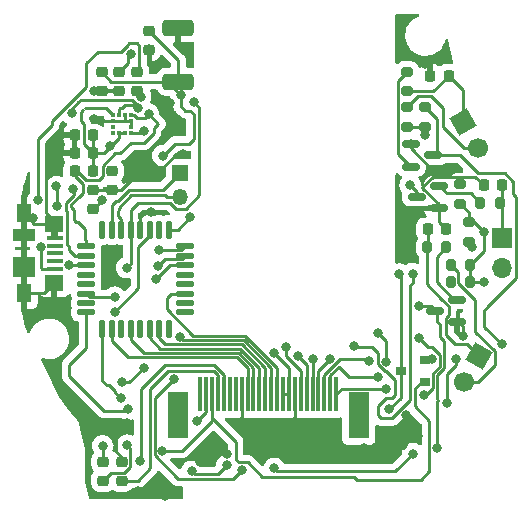
<source format=gbr>
%TF.GenerationSoftware,KiCad,Pcbnew,6.0.7-1.fc35*%
%TF.CreationDate,2022-11-05T20:29:59+01:00*%
%TF.ProjectId,sense_slim,73656e73-655f-4736-9c69-6d2e6b696361,rev?*%
%TF.SameCoordinates,Original*%
%TF.FileFunction,Copper,L2,Bot*%
%TF.FilePolarity,Positive*%
%FSLAX46Y46*%
G04 Gerber Fmt 4.6, Leading zero omitted, Abs format (unit mm)*
G04 Created by KiCad (PCBNEW 6.0.7-1.fc35) date 2022-11-05 20:29:59*
%MOMM*%
%LPD*%
G01*
G04 APERTURE LIST*
G04 Aperture macros list*
%AMRoundRect*
0 Rectangle with rounded corners*
0 $1 Rounding radius*
0 $2 $3 $4 $5 $6 $7 $8 $9 X,Y pos of 4 corners*
0 Add a 4 corners polygon primitive as box body*
4,1,4,$2,$3,$4,$5,$6,$7,$8,$9,$2,$3,0*
0 Add four circle primitives for the rounded corners*
1,1,$1+$1,$2,$3*
1,1,$1+$1,$4,$5*
1,1,$1+$1,$6,$7*
1,1,$1+$1,$8,$9*
0 Add four rect primitives between the rounded corners*
20,1,$1+$1,$2,$3,$4,$5,0*
20,1,$1+$1,$4,$5,$6,$7,0*
20,1,$1+$1,$6,$7,$8,$9,0*
20,1,$1+$1,$8,$9,$2,$3,0*%
%AMHorizOval*
0 Thick line with rounded ends*
0 $1 width*
0 $2 $3 position (X,Y) of the first rounded end (center of the circle)*
0 $4 $5 position (X,Y) of the second rounded end (center of the circle)*
0 Add line between two ends*
20,1,$1,$2,$3,$4,$5,0*
0 Add two circle primitives to create the rounded ends*
1,1,$1,$2,$3*
1,1,$1,$4,$5*%
%AMRotRect*
0 Rectangle, with rotation*
0 The origin of the aperture is its center*
0 $1 length*
0 $2 width*
0 $3 Rotation angle, in degrees counterclockwise*
0 Add horizontal line*
21,1,$1,$2,0,0,$3*%
G04 Aperture macros list end*
%TA.AperFunction,SMDPad,CuDef*%
%ADD10RoundRect,0.218750X0.256250X-0.218750X0.256250X0.218750X-0.256250X0.218750X-0.256250X-0.218750X0*%
%TD*%
%TA.AperFunction,SMDPad,CuDef*%
%ADD11RoundRect,0.225000X0.225000X0.250000X-0.225000X0.250000X-0.225000X-0.250000X0.225000X-0.250000X0*%
%TD*%
%TA.AperFunction,SMDPad,CuDef*%
%ADD12RoundRect,0.218750X-0.256250X0.218750X-0.256250X-0.218750X0.256250X-0.218750X0.256250X0.218750X0*%
%TD*%
%TA.AperFunction,SMDPad,CuDef*%
%ADD13RoundRect,0.200000X0.275000X-0.200000X0.275000X0.200000X-0.275000X0.200000X-0.275000X-0.200000X0*%
%TD*%
%TA.AperFunction,ComponentPad*%
%ADD14R,1.700000X1.700000*%
%TD*%
%TA.AperFunction,ComponentPad*%
%ADD15O,1.700000X1.700000*%
%TD*%
%TA.AperFunction,SMDPad,CuDef*%
%ADD16RoundRect,0.200000X0.200000X0.275000X-0.200000X0.275000X-0.200000X-0.275000X0.200000X-0.275000X0*%
%TD*%
%TA.AperFunction,SMDPad,CuDef*%
%ADD17RoundRect,0.200000X-0.275000X0.200000X-0.275000X-0.200000X0.275000X-0.200000X0.275000X0.200000X0*%
%TD*%
%TA.AperFunction,SMDPad,CuDef*%
%ADD18RoundRect,0.150000X0.587500X0.150000X-0.587500X0.150000X-0.587500X-0.150000X0.587500X-0.150000X0*%
%TD*%
%TA.AperFunction,SMDPad,CuDef*%
%ADD19RoundRect,0.218750X0.218750X0.256250X-0.218750X0.256250X-0.218750X-0.256250X0.218750X-0.256250X0*%
%TD*%
%TA.AperFunction,SMDPad,CuDef*%
%ADD20RoundRect,0.125000X-0.125000X0.625000X-0.125000X-0.625000X0.125000X-0.625000X0.125000X0.625000X0*%
%TD*%
%TA.AperFunction,SMDPad,CuDef*%
%ADD21RoundRect,0.125000X-0.625000X0.125000X-0.625000X-0.125000X0.625000X-0.125000X0.625000X0.125000X0*%
%TD*%
%TA.AperFunction,SMDPad,CuDef*%
%ADD22R,1.800000X4.000000*%
%TD*%
%TA.AperFunction,SMDPad,CuDef*%
%ADD23R,0.300000X3.000000*%
%TD*%
%TA.AperFunction,SMDPad,CuDef*%
%ADD24RoundRect,0.200000X-0.200000X-0.275000X0.200000X-0.275000X0.200000X0.275000X-0.200000X0.275000X0*%
%TD*%
%TA.AperFunction,ComponentPad*%
%ADD25RotRect,1.700000X1.700000X150.000000*%
%TD*%
%TA.AperFunction,ComponentPad*%
%ADD26HorizOval,1.700000X0.000000X0.000000X0.000000X0.000000X0*%
%TD*%
%TA.AperFunction,SMDPad,CuDef*%
%ADD27RoundRect,0.225000X-0.225000X-0.250000X0.225000X-0.250000X0.225000X0.250000X-0.225000X0.250000X0*%
%TD*%
%TA.AperFunction,SMDPad,CuDef*%
%ADD28R,0.375000X0.350000*%
%TD*%
%TA.AperFunction,SMDPad,CuDef*%
%ADD29R,0.350000X0.375000*%
%TD*%
%TA.AperFunction,SMDPad,CuDef*%
%ADD30R,1.380000X0.450000*%
%TD*%
%TA.AperFunction,SMDPad,CuDef*%
%ADD31R,1.300000X1.650000*%
%TD*%
%TA.AperFunction,SMDPad,CuDef*%
%ADD32R,1.550000X1.425000*%
%TD*%
%TA.AperFunction,SMDPad,CuDef*%
%ADD33R,1.900000X1.800000*%
%TD*%
%TA.AperFunction,SMDPad,CuDef*%
%ADD34R,1.900000X1.000000*%
%TD*%
%TA.AperFunction,SMDPad,CuDef*%
%ADD35R,0.900000X0.800000*%
%TD*%
%TA.AperFunction,SMDPad,CuDef*%
%ADD36RoundRect,0.249999X1.075001X-0.425001X1.075001X0.425001X-1.075001X0.425001X-1.075001X-0.425001X0*%
%TD*%
%TA.AperFunction,ComponentPad*%
%ADD37RotRect,1.700000X1.700000X210.000000*%
%TD*%
%TA.AperFunction,ComponentPad*%
%ADD38HorizOval,1.700000X0.000000X0.000000X0.000000X0.000000X0*%
%TD*%
%TA.AperFunction,SMDPad,CuDef*%
%ADD39RoundRect,0.150000X-0.587500X-0.150000X0.587500X-0.150000X0.587500X0.150000X-0.587500X0.150000X0*%
%TD*%
%TA.AperFunction,ComponentPad*%
%ADD40R,1.350000X1.350000*%
%TD*%
%TA.AperFunction,ComponentPad*%
%ADD41O,1.350000X1.350000*%
%TD*%
%TA.AperFunction,ViaPad*%
%ADD42C,0.800000*%
%TD*%
%TA.AperFunction,Conductor*%
%ADD43C,0.250000*%
%TD*%
G04 APERTURE END LIST*
D10*
%TO.P,R1,1*%
%TO.N,/SWDRST*%
X132820002Y-115725955D03*
%TO.P,R1,2*%
%TO.N,+3V3*%
X132820002Y-114150955D03*
%TD*%
D11*
%TO.P,C26,1*%
%TO.N,+3V3*%
X131975000Y-88000000D03*
%TO.P,C26,2*%
%TO.N,GND*%
X130425000Y-88000000D03*
%TD*%
%TO.P,C23,1*%
%TO.N,Net-(C23-Pad1)*%
X166595002Y-90688455D03*
%TO.P,C23,2*%
%TO.N,GND*%
X165045002Y-90688455D03*
%TD*%
D12*
%TO.P,C17,1*%
%TO.N,/VIN*%
X132707112Y-81150955D03*
%TO.P,C17,2*%
%TO.N,GND*%
X132707112Y-82725955D03*
%TD*%
D13*
%TO.P,R13,1*%
%TO.N,+3V3*%
X158570002Y-85763455D03*
%TO.P,R13,2*%
%TO.N,Net-(J5-Pad2)*%
X158570002Y-84113455D03*
%TD*%
D14*
%TO.P,J6,1,Pin_1*%
%TO.N,Net-(C23-Pad1)*%
X166620002Y-95188455D03*
D15*
%TO.P,J6,2,Pin_2*%
%TO.N,Net-(J6-Pad2)*%
X166620002Y-97728455D03*
%TD*%
D12*
%TO.P,C18,1*%
%TO.N,+3V3*%
X134207112Y-81150955D03*
%TO.P,C18,2*%
%TO.N,GND*%
X134207112Y-82725955D03*
%TD*%
D16*
%TO.P,R18,1*%
%TO.N,+3V3*%
X163895002Y-97438455D03*
%TO.P,R18,2*%
%TO.N,Net-(J7-Pad2)*%
X162245002Y-97438455D03*
%TD*%
D17*
%TO.P,R20,1*%
%TO.N,/SET*%
X163070002Y-90613455D03*
%TO.P,R20,2*%
%TO.N,+3V3*%
X163070002Y-92263455D03*
%TD*%
D11*
%TO.P,C22,1*%
%TO.N,Net-(C22-Pad1)*%
X162095002Y-81438455D03*
%TO.P,C22,2*%
%TO.N,GND*%
X160545002Y-81438455D03*
%TD*%
D17*
%TO.P,R19,1*%
%TO.N,/START*%
X160070002Y-84113455D03*
%TO.P,R19,2*%
%TO.N,+3V3*%
X160070002Y-85763455D03*
%TD*%
D18*
%TO.P,Q4,1,B*%
%TO.N,Net-(Q4-Pad1)*%
X162787500Y-100400000D03*
%TO.P,Q4,2,E*%
%TO.N,GND*%
X162787500Y-102300000D03*
%TO.P,Q4,3,C*%
%TO.N,/RESET*%
X160912500Y-101350000D03*
%TD*%
D19*
%TO.P,R2,1*%
%TO.N,+3V3*%
X131987500Y-89500000D03*
%TO.P,R2,2*%
%TO.N,/SCL*%
X130412500Y-89500000D03*
%TD*%
D20*
%TO.P,U2,1,PB9*%
%TO.N,unconnected-(U2-Pad1)*%
X132770002Y-94513455D03*
%TO.P,U2,2,OSC32_IN/PC14*%
%TO.N,Net-(C3-Pad1)*%
X133570002Y-94513455D03*
%TO.P,U2,3,OSC32_OUT/PC15*%
%TO.N,Net-(C4-Pad1)*%
X134370002Y-94513455D03*
%TO.P,U2,4,VDD/VDDA*%
%TO.N,+3V3*%
X135170002Y-94513455D03*
%TO.P,U2,5,VSS/VSSA*%
%TO.N,GND*%
X135970002Y-94513455D03*
%TO.P,U2,6,~{RST}/PF2*%
%TO.N,/SWDRST*%
X136770002Y-94513455D03*
%TO.P,U2,7,PA0*%
%TO.N,/VOLTIMETER*%
X137570002Y-94513455D03*
%TO.P,U2,8,PA1*%
%TO.N,/BATT*%
X138370002Y-94513455D03*
D21*
%TO.P,U2,9,PA2*%
%TO.N,/START*%
X139745002Y-95888455D03*
%TO.P,U2,10,PA3*%
%TO.N,/SET*%
X139745002Y-96688455D03*
%TO.P,U2,11,PA4*%
%TO.N,/RESET*%
X139745002Y-97488455D03*
%TO.P,U2,12,PA5*%
%TO.N,/OHMOMETER*%
X139745002Y-98288455D03*
%TO.P,U2,13,PA6*%
%TO.N,unconnected-(U2-Pad13)*%
X139745002Y-99088455D03*
%TO.P,U2,14,PA7*%
%TO.N,/MOSI*%
X139745002Y-99888455D03*
%TO.P,U2,15,PB0*%
%TO.N,unconnected-(U2-Pad15)*%
X139745002Y-100688455D03*
%TO.P,U2,16,PB1*%
%TO.N,unconnected-(U2-Pad16)*%
X139745002Y-101488455D03*
D20*
%TO.P,U2,17,PB2*%
%TO.N,unconnected-(U2-Pad17)*%
X138370002Y-102863455D03*
%TO.P,U2,18,PA8*%
%TO.N,/CS*%
X137570002Y-102863455D03*
%TO.P,U2,19,PA9*%
%TO.N,/DC*%
X136770002Y-102863455D03*
%TO.P,U2,20,PC6*%
%TO.N,unconnected-(U2-Pad20)*%
X135970002Y-102863455D03*
%TO.P,U2,21,PA10*%
%TO.N,/RST*%
X135170002Y-102863455D03*
%TO.P,U2,22,PA11_[PA9]*%
%TO.N,unconnected-(U2-Pad22)*%
X134370002Y-102863455D03*
%TO.P,U2,23,PA12_[PA10]*%
%TO.N,/BUSY*%
X133570002Y-102863455D03*
%TO.P,U2,24,PA13*%
%TO.N,/SWDIO*%
X132770002Y-102863455D03*
D21*
%TO.P,U2,25,PA14/BOOT0*%
%TO.N,/SWDCLK*%
X131395002Y-101488455D03*
%TO.P,U2,26,PA15*%
%TO.N,unconnected-(U2-Pad26)*%
X131395002Y-100688455D03*
%TO.P,U2,27,PB3*%
%TO.N,/SCK*%
X131395002Y-99888455D03*
%TO.P,U2,28,PB4*%
%TO.N,unconnected-(U2-Pad28)*%
X131395002Y-99088455D03*
%TO.P,U2,29,PB5*%
%TO.N,unconnected-(U2-Pad29)*%
X131395002Y-98288455D03*
%TO.P,U2,30,PB6*%
%TO.N,Net-(D4-Pad2)*%
X131395002Y-97488455D03*
%TO.P,U2,31,PB7*%
%TO.N,/SDA*%
X131395002Y-96688455D03*
%TO.P,U2,32,PB8*%
%TO.N,/SCL*%
X131395002Y-95888455D03*
%TD*%
D10*
%TO.P,R7,1*%
%TO.N,/BATT*%
X131957112Y-92725955D03*
%TO.P,R7,2*%
%TO.N,GND*%
X131957112Y-91150955D03*
%TD*%
D22*
%TO.P,J1,*%
%TO.N,*%
X139160002Y-110198455D03*
X154460002Y-110198455D03*
D23*
%TO.P,J1,1,Pin_1*%
%TO.N,Net-(C16-Pad1)*%
X152560002Y-108398455D03*
%TO.P,J1,2,Pin_2*%
%TO.N,/PREVGL*%
X152060002Y-108398455D03*
%TO.P,J1,3,Pin_3*%
%TO.N,Net-(C14-Pad1)*%
X151560002Y-108398455D03*
%TO.P,J1,4,Pin_4*%
%TO.N,/PREVGH*%
X151060002Y-108398455D03*
%TO.P,J1,5,Pin_5*%
%TO.N,Net-(C12-Pad1)*%
X150560002Y-108398455D03*
%TO.P,J1,6,Pin_6*%
%TO.N,Net-(C11-Pad1)*%
X150060002Y-108398455D03*
%TO.P,J1,7,Pin_7*%
%TO.N,Net-(C10-Pad1)*%
X149560002Y-108398455D03*
%TO.P,J1,8,Pin_8*%
%TO.N,GND*%
X149060002Y-108398455D03*
%TO.P,J1,9,Pin_9*%
%TO.N,+3V3*%
X148560002Y-108398455D03*
%TO.P,J1,10,Pin_10*%
X148060002Y-108398455D03*
%TO.P,J1,11,Pin_11*%
%TO.N,/MOSI*%
X147560002Y-108398455D03*
%TO.P,J1,12,Pin_12*%
%TO.N,/SCK*%
X147060002Y-108398455D03*
%TO.P,J1,13,Pin_13*%
%TO.N,/CS*%
X146560002Y-108398455D03*
%TO.P,J1,14,Pin_14*%
%TO.N,/DC*%
X146060002Y-108398455D03*
%TO.P,J1,15,Pin_15*%
%TO.N,/RST*%
X145560002Y-108398455D03*
%TO.P,J1,16,Pin_16*%
%TO.N,/BUSY*%
X145060002Y-108398455D03*
%TO.P,J1,17,Pin_17*%
%TO.N,GND*%
X144560002Y-108398455D03*
%TO.P,J1,18,Pin_18*%
%TO.N,unconnected-(J1-Pad18)*%
X144060002Y-108398455D03*
%TO.P,J1,19,Pin_19*%
%TO.N,unconnected-(J1-Pad19)*%
X143560002Y-108398455D03*
%TO.P,J1,20,Pin_20*%
%TO.N,Net-(C8-Pad1)*%
X143060002Y-108398455D03*
%TO.P,J1,21,Pin_21*%
%TO.N,Net-(C7-Pad1)*%
X142560002Y-108398455D03*
%TO.P,J1,22,Pin_22*%
%TO.N,/RESE*%
X142060002Y-108398455D03*
%TO.P,J1,23,Pin_23*%
%TO.N,/GDR*%
X141560002Y-108398455D03*
%TO.P,J1,24,Pin_24*%
%TO.N,unconnected-(J1-Pad24)*%
X141060002Y-108398455D03*
%TD*%
D18*
%TO.P,Q3,1,B*%
%TO.N,Net-(Q3-Pad1)*%
X161257502Y-90738455D03*
%TO.P,Q3,2,E*%
%TO.N,GND*%
X161257502Y-92638455D03*
%TO.P,Q3,3,C*%
%TO.N,/SET*%
X159382502Y-91688455D03*
%TD*%
D12*
%TO.P,R9,1*%
%TO.N,Net-(D5-Pad1)*%
X135707112Y-81150955D03*
%TO.P,R9,2*%
%TO.N,Net-(R9-Pad2)*%
X135707112Y-82725955D03*
%TD*%
D24*
%TO.P,R21,1*%
%TO.N,/RESET*%
X162245002Y-98900000D03*
%TO.P,R21,2*%
%TO.N,+3V3*%
X163895002Y-98900000D03*
%TD*%
D25*
%TO.P,J7,1,Pin_1*%
%TO.N,Net-(C24-Pad1)*%
X164620002Y-105188455D03*
D26*
%TO.P,J7,2,Pin_2*%
%TO.N,Net-(J7-Pad2)*%
X163350002Y-107388160D03*
%TD*%
D27*
%TO.P,C24,1*%
%TO.N,Net-(C24-Pad1)*%
X160295002Y-94438455D03*
%TO.P,C24,2*%
%TO.N,GND*%
X161845002Y-94438455D03*
%TD*%
D28*
%TO.P,U5,1,SCL/SPC*%
%TO.N,/SCL*%
X135162500Y-84750000D03*
%TO.P,U5,2,Res*%
%TO.N,GND*%
X135162500Y-85250000D03*
%TO.P,U5,3,GND*%
X135162500Y-85750000D03*
%TO.P,U5,4,C1*%
%TO.N,Net-(C25-Pad1)*%
X135162500Y-86250000D03*
D29*
%TO.P,U5,5,Vdd*%
%TO.N,+3V3*%
X134650000Y-86262500D03*
%TO.P,U5,6,Vdd_IO*%
X134150000Y-86262500D03*
D28*
%TO.P,U5,7,INT*%
%TO.N,unconnected-(U5-Pad7)*%
X133637500Y-86250000D03*
%TO.P,U5,8,DRDY*%
%TO.N,unconnected-(U5-Pad8)*%
X133637500Y-85750000D03*
%TO.P,U5,9,SDO0/SA1*%
%TO.N,GND*%
X133637500Y-85250000D03*
%TO.P,U5,10,CS*%
%TO.N,+3V3*%
X133637500Y-84750000D03*
D29*
%TO.P,U5,11,SDA/SDI/SDO*%
%TO.N,/SDA*%
X134150000Y-84737500D03*
%TO.P,U5,12,Res*%
%TO.N,GND*%
X134650000Y-84737500D03*
%TD*%
D30*
%TO.P,J2,1,VBUS*%
%TO.N,Net-(C19-Pad1)*%
X128780002Y-97768455D03*
%TO.P,J2,2,D-*%
%TO.N,unconnected-(J2-Pad2)*%
X128780002Y-97118455D03*
%TO.P,J2,3,D+*%
%TO.N,unconnected-(J2-Pad3)*%
X128780002Y-96468455D03*
%TO.P,J2,4,ID*%
%TO.N,unconnected-(J2-Pad4)*%
X128780002Y-95818455D03*
%TO.P,J2,5,GND*%
%TO.N,GND*%
X128780002Y-95168455D03*
D31*
%TO.P,J2,6,Shield*%
X126120002Y-99843455D03*
D32*
X128695002Y-93980955D03*
D31*
X126120002Y-93093455D03*
D33*
X126120002Y-97618455D03*
D32*
X128695002Y-98955955D03*
D34*
X126120002Y-94918455D03*
%TD*%
D35*
%TO.P,Q1,1,G*%
%TO.N,/GDR*%
X160070002Y-105488455D03*
%TO.P,Q1,2,S*%
%TO.N,/RESE*%
X160070002Y-107388455D03*
%TO.P,Q1,3,D*%
%TO.N,Net-(C6-Pad2)*%
X158070002Y-106438455D03*
%TD*%
D36*
%TO.P,BT1,1,+*%
%TO.N,/VIN*%
X139207112Y-81938455D03*
%TO.P,BT1,2,-*%
%TO.N,GND*%
X139207112Y-77438455D03*
%TD*%
D12*
%TO.P,C20,1*%
%TO.N,/VIN*%
X136707112Y-77650955D03*
%TO.P,C20,2*%
%TO.N,GND*%
X136707112Y-79225955D03*
%TD*%
D37*
%TO.P,J5,1,Pin_1*%
%TO.N,Net-(C22-Pad1)*%
X163320002Y-85388455D03*
D38*
%TO.P,J5,2,Pin_2*%
%TO.N,Net-(J5-Pad2)*%
X164590002Y-87588160D03*
%TD*%
D17*
%TO.P,R8,1*%
%TO.N,Net-(Q2-Pad1)*%
X158570002Y-81113455D03*
%TO.P,R8,2*%
%TO.N,Net-(C22-Pad1)*%
X158570002Y-82763455D03*
%TD*%
D12*
%TO.P,C21,1*%
%TO.N,/BATT*%
X133600000Y-89512500D03*
%TO.P,C21,2*%
%TO.N,GND*%
X133600000Y-91087500D03*
%TD*%
D16*
%TO.P,R12,1*%
%TO.N,Net-(Q4-Pad1)*%
X161895002Y-95938455D03*
%TO.P,R12,2*%
%TO.N,Net-(C24-Pad1)*%
X160245002Y-95938455D03*
%TD*%
D10*
%TO.P,C7,1*%
%TO.N,Net-(C7-Pad1)*%
X134390000Y-115737500D03*
%TO.P,C7,2*%
%TO.N,GND*%
X134390000Y-114162500D03*
%TD*%
D39*
%TO.P,Q2,1,B*%
%TO.N,Net-(Q2-Pad1)*%
X158882502Y-89138455D03*
%TO.P,Q2,2,E*%
%TO.N,GND*%
X158882502Y-87238455D03*
%TO.P,Q2,3,C*%
%TO.N,/START*%
X160757502Y-88188455D03*
%TD*%
D19*
%TO.P,C1,1*%
%TO.N,+3V3*%
X131987500Y-86500000D03*
%TO.P,C1,2*%
%TO.N,GND*%
X130412500Y-86500000D03*
%TD*%
D17*
%TO.P,R14,1*%
%TO.N,+3V3*%
X163820002Y-93863455D03*
%TO.P,R14,2*%
%TO.N,Net-(J6-Pad2)*%
X163820002Y-95513455D03*
%TD*%
D40*
%TO.P,Y1,1,1*%
%TO.N,Net-(C3-Pad1)*%
X139320002Y-89688455D03*
D41*
%TO.P,Y1,2,2*%
%TO.N,Net-(C4-Pad1)*%
X139320002Y-91688455D03*
%TD*%
D24*
%TO.P,R10,1*%
%TO.N,Net-(Q3-Pad1)*%
X164745002Y-92188455D03*
%TO.P,R10,2*%
%TO.N,Net-(C23-Pad1)*%
X166395002Y-92188455D03*
%TD*%
D42*
%TO.N,/VIN*%
X139400000Y-83100000D03*
X137900000Y-88200000D03*
%TO.N,GND*%
X126900000Y-93500000D03*
X154957112Y-112938455D03*
X133200000Y-98000000D03*
X131457112Y-111188455D03*
X150570002Y-113188455D03*
X135532502Y-89900000D03*
X146070002Y-113188455D03*
X132100000Y-82700000D03*
X158457112Y-110188455D03*
X128695002Y-98955955D03*
X143320002Y-113438455D03*
X132100000Y-85100000D03*
X138457112Y-83742888D03*
X130400000Y-86500000D03*
X131457112Y-109938455D03*
X136900000Y-93000000D03*
X138040000Y-117030000D03*
X135820000Y-116640000D03*
X139600000Y-88100000D03*
X128919502Y-93980955D03*
X136700000Y-79200000D03*
X141070002Y-114188455D03*
X128850000Y-87600000D03*
X134830000Y-110860000D03*
X163320002Y-103438455D03*
X131957112Y-91150955D03*
X139207112Y-77438455D03*
X158882502Y-87238455D03*
X161845002Y-94438455D03*
X159457112Y-111938455D03*
X134700000Y-99200000D03*
X160070002Y-80438455D03*
%TO.N,+3V3*%
X161957112Y-109188455D03*
X162707112Y-105438455D03*
X165070002Y-98938455D03*
X134820002Y-97688455D03*
X165070002Y-94688455D03*
X132000000Y-89500000D03*
X131987500Y-88000000D03*
X135182612Y-79600000D03*
X133429792Y-87423443D03*
X132790000Y-112780000D03*
X140500000Y-83700000D03*
X160070002Y-86438455D03*
X147320002Y-104938455D03*
%TO.N,/BATT*%
X133600000Y-89512500D03*
X140207112Y-93438455D03*
X132771184Y-91987016D03*
%TO.N,Net-(C8-Pad1)*%
X135990000Y-114070000D03*
%TO.N,Net-(C10-Pad1)*%
X148320002Y-104438455D03*
%TO.N,Net-(C11-Pad1)*%
X149320002Y-105188455D03*
%TO.N,Net-(C16-Pad1)*%
X156820002Y-107938455D03*
%TO.N,Net-(C19-Pad1)*%
X127570002Y-95938455D03*
%TO.N,/PREVGH*%
X152053413Y-105421866D03*
%TO.N,/PREVGL*%
X156070002Y-106938455D03*
%TO.N,/SWDCLK*%
X134934500Y-109683411D03*
%TO.N,/SWDIO*%
X134310000Y-108760000D03*
%TO.N,/SWDRST*%
X134850000Y-112710000D03*
X134410000Y-107400000D03*
X133820002Y-101438455D03*
X136260000Y-106160000D03*
%TO.N,/START*%
X156820002Y-105688455D03*
X166570002Y-104188455D03*
X159957112Y-108438455D03*
X159570002Y-103688455D03*
X137570002Y-96188455D03*
X156070002Y-103188455D03*
%TO.N,/SET*%
X159045502Y-98188455D03*
X137460773Y-97579227D03*
X158820002Y-90688455D03*
X154070002Y-104313955D03*
X163070002Y-90613455D03*
%TO.N,/RESET*%
X159070002Y-113438455D03*
X162245002Y-98938455D03*
X137320002Y-98688455D03*
X161070002Y-112938455D03*
X159570002Y-100938455D03*
X138810000Y-107150000D03*
X147320002Y-114688455D03*
X144570002Y-114813955D03*
%TO.N,/GDR*%
X160707112Y-105438455D03*
X143320002Y-114438455D03*
X140820002Y-110688455D03*
X140320002Y-114938455D03*
%TO.N,/RESE*%
X137820002Y-113188455D03*
%TO.N,/SCL*%
X136680000Y-84680000D03*
%TO.N,/SDA*%
X130161897Y-84637397D03*
X135790000Y-84210000D03*
X130300000Y-91000000D03*
%TO.N,/SCK*%
X133820002Y-100188455D03*
X139320002Y-103537955D03*
%TO.N,Net-(C6-Pad2)*%
X157070002Y-109688455D03*
X157920002Y-98248455D03*
%TO.N,Net-(C12-Pad1)*%
X150570002Y-105438455D03*
%TO.N,Net-(C14-Pad1)*%
X155320002Y-105562955D03*
%TO.N,Net-(C25-Pad1)*%
X136259679Y-86087955D03*
%TO.N,Net-(D4-Pad1)*%
X128800000Y-90800000D03*
X128950000Y-92500000D03*
%TO.N,Net-(D4-Pad2)*%
X129960267Y-97439070D03*
%TO.N,Net-(D5-Pad1)*%
X127304810Y-91997564D03*
%TO.N,Net-(J6-Pad2)*%
X164070002Y-95938455D03*
%TO.N,Net-(R9-Pad2)*%
X136010000Y-83210000D03*
%TD*%
D43*
%TO.N,/VIN*%
X132707112Y-81150955D02*
X133519612Y-81963455D01*
X139800000Y-84400000D02*
X139400000Y-84000000D01*
X139207112Y-80150955D02*
X139207112Y-81938455D01*
X138900000Y-87200000D02*
X140100000Y-87200000D01*
X136707112Y-77650955D02*
X139207112Y-80150955D01*
X140195002Y-84400000D02*
X139800000Y-84400000D01*
X140495002Y-84700000D02*
X140195002Y-84400000D01*
X137900000Y-88200000D02*
X138900000Y-87200000D01*
X133519612Y-81963455D02*
X138263455Y-81963455D01*
X139400000Y-83100000D02*
X139400000Y-82131343D01*
X138263455Y-81963455D02*
X139400000Y-83100000D01*
X140100000Y-87200000D02*
X140495002Y-86804998D01*
X140495002Y-86804998D02*
X140495002Y-84700000D01*
X139400000Y-84000000D02*
X139400000Y-83100000D01*
X139400000Y-82131343D02*
X139207112Y-81938455D01*
%TO.N,GND*%
X128029810Y-91329810D02*
X128029810Y-90220190D01*
X165045002Y-90688455D02*
X164345002Y-89988455D01*
X134400000Y-99200000D02*
X133200000Y-98000000D01*
X158207112Y-112938455D02*
X158457112Y-112688455D01*
X128029810Y-93091263D02*
X128029810Y-91329810D01*
X136400000Y-93000000D02*
X136900000Y-93000000D01*
X126120002Y-93093455D02*
X126120002Y-94918455D01*
X141820002Y-113438455D02*
X141070002Y-114188455D01*
X139025305Y-88100000D02*
X137225305Y-89900000D01*
X130425000Y-86512500D02*
X130412500Y-86500000D01*
X128350000Y-89900000D02*
X128850000Y-89400000D01*
X134650000Y-84737500D02*
X134650000Y-85250000D01*
X135970002Y-93429998D02*
X136400000Y-93000000D01*
X130425000Y-88000000D02*
X130425000Y-86512500D01*
X161257502Y-92295625D02*
X161257502Y-92638455D01*
X161289672Y-89988455D02*
X158882502Y-87581285D01*
X160545002Y-80913455D02*
X160070002Y-80438455D01*
X134207112Y-82725955D02*
X132707112Y-82725955D01*
X128919502Y-93980955D02*
X128029810Y-93091263D01*
X133960000Y-111350000D02*
X134450000Y-110860000D01*
X131957112Y-91150955D02*
X133536545Y-91150955D01*
X144560002Y-108398455D02*
X144560002Y-111678455D01*
X128029810Y-90220190D02*
X128350000Y-89900000D01*
X128695002Y-93980955D02*
X128695002Y-93700565D01*
X128850000Y-89400000D02*
X128850000Y-87600000D01*
X135970002Y-94513455D02*
X135970002Y-93429998D01*
X127007502Y-93980955D02*
X126120002Y-93093455D01*
X126120002Y-99843455D02*
X126120002Y-97618455D01*
X126120002Y-99843455D02*
X127807502Y-99843455D01*
X139600000Y-88100000D02*
X139025305Y-88100000D01*
X161257502Y-92638455D02*
X161257502Y-93850955D01*
X158457112Y-112688455D02*
X158457112Y-110188455D01*
X136707112Y-79225955D02*
X136707112Y-79207112D01*
X126120002Y-93093455D02*
X126493455Y-93093455D01*
X150570002Y-113188455D02*
X146070002Y-113188455D01*
X159870002Y-90908125D02*
X161257502Y-92295625D01*
X154957112Y-112938455D02*
X158207112Y-112938455D01*
X163320002Y-102700955D02*
X163007502Y-102388455D01*
X135162500Y-85250000D02*
X135162500Y-85750000D01*
X161257502Y-93850955D02*
X161845002Y-94438455D01*
X137225305Y-89900000D02*
X135532502Y-89900000D01*
X136707112Y-79207112D02*
X136700000Y-79200000D01*
X132250000Y-85250000D02*
X133637500Y-85250000D01*
X134390000Y-114162500D02*
X134390000Y-113700000D01*
X133637500Y-85250000D02*
X134650000Y-85250000D01*
X164345002Y-89988455D02*
X161289672Y-89988455D01*
X143320002Y-113438455D02*
X141820002Y-113438455D01*
X132100000Y-82700000D02*
X132681157Y-82700000D01*
X134345002Y-91087500D02*
X135532502Y-89900000D01*
X149060002Y-111678455D02*
X150570002Y-113188455D01*
X134450000Y-110860000D02*
X134830000Y-110860000D01*
X126120002Y-94918455D02*
X126120002Y-97618455D01*
X132681157Y-82700000D02*
X132707112Y-82725955D01*
X133600000Y-91087500D02*
X134345002Y-91087500D01*
X128780002Y-95168455D02*
X128780002Y-94065955D01*
X126493455Y-93093455D02*
X126900000Y-93500000D01*
X128695002Y-93980955D02*
X127007502Y-93980955D01*
X163320002Y-103688455D02*
X163320002Y-102700955D01*
X160739672Y-89988455D02*
X159870002Y-90858125D01*
X161289672Y-89988455D02*
X160739672Y-89988455D01*
X158882502Y-87581285D02*
X158882502Y-87238455D01*
X133960000Y-113270000D02*
X133960000Y-111350000D01*
X128780002Y-94065955D02*
X128695002Y-93980955D01*
X160545002Y-81438455D02*
X160545002Y-80913455D01*
X134390000Y-113700000D02*
X133960000Y-113270000D01*
X127807502Y-99843455D02*
X128695002Y-98955955D01*
X134700000Y-99200000D02*
X134400000Y-99200000D01*
X134650000Y-85250000D02*
X135162500Y-85250000D01*
X149060002Y-108398455D02*
X149060002Y-111678455D01*
X159870002Y-90858125D02*
X159870002Y-90908125D01*
X132100000Y-85100000D02*
X132250000Y-85250000D01*
X144560002Y-111678455D02*
X146070002Y-113188455D01*
X133536545Y-91150955D02*
X133600000Y-91087500D01*
%TO.N,+3V3*%
X163895002Y-98938455D02*
X165070002Y-98938455D01*
X134969456Y-80388611D02*
X134207112Y-81150955D01*
X132820002Y-114150955D02*
X132820002Y-112810002D01*
X160070002Y-85763455D02*
X160070002Y-86438455D01*
X148560002Y-106178455D02*
X148560002Y-106198455D01*
X133100455Y-84212955D02*
X131300000Y-84212955D01*
X134969456Y-79813156D02*
X135182612Y-79600000D01*
X139811545Y-92688455D02*
X140945002Y-91554998D01*
X135814976Y-92188455D02*
X138525001Y-92188455D01*
X135170002Y-94513455D02*
X135170002Y-92833429D01*
X140945002Y-84145002D02*
X140500000Y-83700000D01*
X161957112Y-106688455D02*
X161957112Y-109188455D01*
X131975000Y-88000000D02*
X132900000Y-88000000D01*
X134969456Y-80148916D02*
X134969456Y-80388611D01*
X163820002Y-93863455D02*
X163820002Y-93013455D01*
X131000000Y-84500000D02*
X131155088Y-84344912D01*
X163820002Y-93013455D02*
X163070002Y-92263455D01*
X165070002Y-96263455D02*
X163895002Y-97438455D01*
X131987500Y-87987500D02*
X131975000Y-88000000D01*
X133637500Y-84750000D02*
X133100455Y-84212955D01*
X148060002Y-108398455D02*
X148560002Y-108398455D01*
X134969456Y-80148916D02*
X134969456Y-79813156D01*
X133750000Y-87150000D02*
X134150000Y-86750000D01*
X134650000Y-86262500D02*
X134150000Y-86262500D01*
X163820002Y-93863455D02*
X164245002Y-93863455D01*
X131200000Y-87225000D02*
X131200000Y-85500000D01*
X135170002Y-92833429D02*
X135814976Y-92188455D01*
X164245002Y-93863455D02*
X165070002Y-94688455D01*
X131987500Y-88012500D02*
X131975000Y-88000000D01*
X132820002Y-112810002D02*
X132790000Y-112780000D01*
X163895002Y-97438455D02*
X163895002Y-98938455D01*
X162707112Y-105438455D02*
X162707112Y-105938455D01*
X139025001Y-92688455D02*
X139811545Y-92688455D01*
X162707112Y-105938455D02*
X161957112Y-106688455D01*
X131200000Y-85500000D02*
X131000000Y-85300000D01*
X131987500Y-86500000D02*
X131987500Y-87987500D01*
X134150000Y-86750000D02*
X134150000Y-86262500D01*
X131987500Y-89500000D02*
X131987500Y-88012500D01*
X138525001Y-92188455D02*
X139025001Y-92688455D01*
X135170002Y-97338455D02*
X135170002Y-94513455D01*
X147320002Y-104938455D02*
X148560002Y-106178455D01*
X132900000Y-88000000D02*
X133750000Y-87150000D01*
X134820002Y-97688455D02*
X135170002Y-97338455D01*
X165070002Y-94688455D02*
X165070002Y-96263455D01*
X160070002Y-85763455D02*
X158570002Y-85763455D01*
X148560002Y-108398455D02*
X148560002Y-106198455D01*
X131000000Y-85300000D02*
X131000000Y-84500000D01*
X140945002Y-91554998D02*
X140945002Y-84145002D01*
X131975000Y-88000000D02*
X131200000Y-87225000D01*
%TO.N,/BATT*%
X138370002Y-94513455D02*
X139132112Y-94513455D01*
X139132112Y-94513455D02*
X140207112Y-93438455D01*
X132032245Y-92725955D02*
X132771184Y-91987016D01*
%TO.N,Net-(C8-Pad1)*%
X136070002Y-107938455D02*
X138070002Y-105938455D01*
X143060002Y-106798455D02*
X143060002Y-108398455D01*
X138070002Y-105938455D02*
X142200002Y-105938455D01*
X142200002Y-105938455D02*
X143060002Y-106798455D01*
X135990000Y-114070000D02*
X136070002Y-113989998D01*
X136070002Y-113989998D02*
X136070002Y-107938455D01*
%TO.N,Net-(C10-Pad1)*%
X149560002Y-108398455D02*
X149560002Y-106428455D01*
X149560002Y-106428455D02*
X148320002Y-105188455D01*
X148320002Y-105188455D02*
X148320002Y-104438455D01*
%TO.N,Net-(C11-Pad1)*%
X150060002Y-105928455D02*
X150060002Y-108398455D01*
X149320002Y-105188455D02*
X150060002Y-105928455D01*
%TO.N,Net-(C16-Pad1)*%
X153020002Y-107938455D02*
X156820002Y-107938455D01*
X152560002Y-108398455D02*
X153020002Y-107938455D01*
%TO.N,Net-(C19-Pad1)*%
X127650002Y-97768455D02*
X128780002Y-97768455D01*
X127570002Y-95938455D02*
X127570002Y-97688455D01*
X127570002Y-97688455D02*
X127650002Y-97768455D01*
%TO.N,Net-(C22-Pad1)*%
X163320002Y-82663455D02*
X163320002Y-85388455D01*
X162095002Y-81438455D02*
X160770002Y-82763455D01*
X160770002Y-82763455D02*
X158570002Y-82763455D01*
X162095002Y-81438455D02*
X163320002Y-82663455D01*
%TO.N,Net-(C23-Pad1)*%
X166395002Y-92188455D02*
X166620002Y-92413455D01*
X166620002Y-92413455D02*
X166620002Y-95188455D01*
X166595002Y-90688455D02*
X166595002Y-91988455D01*
X166595002Y-91988455D02*
X166395002Y-92188455D01*
%TO.N,Net-(C24-Pad1)*%
X163620002Y-104188455D02*
X162638506Y-104188455D01*
X160295002Y-94438455D02*
X160295002Y-95888455D01*
X162638506Y-104188455D02*
X161825000Y-103374949D01*
X161540773Y-100409227D02*
X160245002Y-99113456D01*
X162100000Y-100980330D02*
X161540773Y-100421103D01*
X161825000Y-101994670D02*
X162100000Y-101719670D01*
X160245002Y-99113456D02*
X160245002Y-95938455D01*
X164620002Y-105188455D02*
X163620002Y-104188455D01*
X161540773Y-100421103D02*
X161540773Y-100409227D01*
X162100000Y-101719670D02*
X162100000Y-100980330D01*
X161825000Y-103374949D02*
X161825000Y-101994670D01*
X160295002Y-95888455D02*
X160245002Y-95938455D01*
%TO.N,/PREVGH*%
X151060002Y-106415277D02*
X151060002Y-108398455D01*
X152053413Y-105421866D02*
X151060002Y-106415277D01*
%TO.N,/PREVGL*%
X153670002Y-106938455D02*
X152795002Y-106063455D01*
X152060002Y-106798455D02*
X152795002Y-106063455D01*
X156070002Y-106938455D02*
X153670002Y-106938455D01*
X152060002Y-108398455D02*
X152060002Y-106798455D01*
%TO.N,/SWDCLK*%
X131395002Y-104500565D02*
X129957112Y-105938455D01*
X132920001Y-109798455D02*
X134819456Y-109798455D01*
X134819456Y-109798455D02*
X134934500Y-109683411D01*
X131395002Y-101488455D02*
X131395002Y-104500565D01*
X129957112Y-105938455D02*
X129957112Y-106835565D01*
X129957112Y-106835565D02*
X132920001Y-109798455D01*
%TO.N,/SWDIO*%
X133820002Y-108158455D02*
X133820002Y-108270002D01*
X133300002Y-107638455D02*
X133820002Y-108158455D01*
X132770002Y-107288455D02*
X132770002Y-102863455D01*
X133120002Y-107638455D02*
X132770002Y-107288455D01*
X133120002Y-107638455D02*
X133300002Y-107638455D01*
X133820002Y-108270002D02*
X134310000Y-108760000D01*
%TO.N,/SWDRST*%
X136770002Y-94958430D02*
X135820002Y-95908430D01*
X133470957Y-115075000D02*
X134618884Y-115075000D01*
X135820002Y-95908430D02*
X135820002Y-99438455D01*
X135090000Y-112950000D02*
X134850000Y-112710000D01*
X134410000Y-107400000D02*
X135020000Y-107400000D01*
X134618884Y-115075000D02*
X135090000Y-114603884D01*
X135020000Y-107400000D02*
X136260000Y-106160000D01*
X135090000Y-114603884D02*
X135090000Y-112950000D01*
X135820002Y-99438455D02*
X133820002Y-101438455D01*
X132820002Y-115725955D02*
X133470957Y-115075000D01*
X136770002Y-94513455D02*
X136770002Y-94958430D01*
%TO.N,/START*%
X161332112Y-106063455D02*
X161332112Y-105063455D01*
X163070002Y-88188455D02*
X164320002Y-89438455D01*
X160320002Y-104438455D02*
X159570002Y-103688455D01*
X164320002Y-89438455D02*
X164570002Y-89688455D01*
X165070002Y-101326221D02*
X165070002Y-102688455D01*
X160207112Y-108438455D02*
X160745002Y-107900565D01*
X166820002Y-89688455D02*
X167570002Y-90438455D01*
X160745002Y-107900565D02*
X160745002Y-106650565D01*
X159957112Y-108438455D02*
X160207112Y-108438455D01*
X160070002Y-84113455D02*
X161070002Y-85113455D01*
X156820002Y-105688455D02*
X156820002Y-103938455D01*
X164570002Y-89688455D02*
X166820002Y-89688455D01*
X167820002Y-98576221D02*
X165457768Y-100938455D01*
X167820002Y-91688455D02*
X167820002Y-98576221D01*
X137570002Y-96188455D02*
X139445002Y-96188455D01*
X167570002Y-91438455D02*
X167820002Y-91688455D01*
X156820002Y-103938455D02*
X156070002Y-103188455D01*
X160707112Y-104438455D02*
X160320002Y-104438455D01*
X161070002Y-85113455D02*
X161070002Y-87875955D01*
X162820002Y-88188455D02*
X163070002Y-88188455D01*
X139445002Y-96188455D02*
X139745002Y-95888455D01*
X161332112Y-105063455D02*
X160707112Y-104438455D01*
X160757502Y-88188455D02*
X162820002Y-88188455D01*
X165457768Y-100938455D02*
X165070002Y-101326221D01*
X160745002Y-106650565D02*
X161332112Y-106063455D01*
X161070002Y-87875955D02*
X160757502Y-88188455D01*
X165070002Y-102688455D02*
X166570002Y-104188455D01*
X167570002Y-90438455D02*
X167570002Y-91438455D01*
%TO.N,Net-(Q2-Pad1)*%
X158570002Y-81113455D02*
X157820002Y-81863455D01*
X157820002Y-88075955D02*
X158882502Y-89138455D01*
X157820002Y-81863455D02*
X157820002Y-88075955D01*
%TO.N,/SET*%
X156820002Y-108688455D02*
X157320002Y-108688455D01*
X156070002Y-105822339D02*
X156070002Y-104938455D01*
X138101545Y-96938455D02*
X137460773Y-97579227D01*
X156820002Y-106438455D02*
X156686118Y-106438455D01*
X156070002Y-104938455D02*
X155570002Y-104438455D01*
X156070002Y-109438455D02*
X156820002Y-108688455D01*
X157570002Y-108438455D02*
X157570002Y-107188455D01*
X159382502Y-91688455D02*
X159382502Y-91250955D01*
X156320002Y-110438455D02*
X156070002Y-110188455D01*
X138771545Y-96938455D02*
X139495002Y-96938455D01*
X157570002Y-107188455D02*
X156820002Y-106438455D01*
X157320002Y-108688455D02*
X157570002Y-108438455D01*
X155570002Y-104438455D02*
X154194502Y-104438455D01*
X138771545Y-96938455D02*
X138101545Y-96938455D01*
X157320002Y-110438455D02*
X156320002Y-110438455D01*
X139495002Y-96938455D02*
X139745002Y-96688455D01*
X159045502Y-98188455D02*
X159045502Y-98962955D01*
X159382502Y-91250955D02*
X158820002Y-90688455D01*
X158820002Y-108938455D02*
X157320002Y-110438455D01*
X156686118Y-106438455D02*
X156070002Y-105822339D01*
X159045502Y-98962955D02*
X158820002Y-99188455D01*
X154194502Y-104438455D02*
X154070002Y-104313955D01*
X158820002Y-99188455D02*
X158820002Y-108938455D01*
X156070002Y-110188455D02*
X156070002Y-109438455D01*
%TO.N,Net-(Q3-Pad1)*%
X161907502Y-91388455D02*
X163945002Y-91388455D01*
X161257502Y-90738455D02*
X161907502Y-91388455D01*
X163945002Y-91388455D02*
X164745002Y-92188455D01*
%TO.N,/RESET*%
X159570002Y-100938455D02*
X160632502Y-100938455D01*
X144570002Y-114813955D02*
X143820502Y-115563455D01*
X161320002Y-103554571D02*
X161320002Y-102438455D01*
X149320002Y-114938455D02*
X147570002Y-114938455D01*
X137195002Y-113563455D02*
X137195002Y-108813455D01*
X161070002Y-109075565D02*
X161207112Y-108938455D01*
X137195002Y-108813455D02*
X137195002Y-108764998D01*
X161320002Y-102438455D02*
X161132502Y-102250955D01*
X161707112Y-106188455D02*
X161707112Y-103941681D01*
X137195002Y-108764998D02*
X138810000Y-107150000D01*
X161707112Y-103941681D02*
X161320002Y-103554571D01*
X147570002Y-114938455D02*
X147320002Y-114688455D01*
X139195002Y-115563455D02*
X137195002Y-113563455D01*
X143820502Y-115563455D02*
X139195002Y-115563455D01*
X161095002Y-108826345D02*
X161095002Y-106800565D01*
X161070002Y-112938455D02*
X161070002Y-109075565D01*
X160632502Y-100938455D02*
X161132502Y-101438455D01*
X161207112Y-108938455D02*
X161095002Y-108826345D01*
X138520002Y-97488455D02*
X139745002Y-97488455D01*
X137320002Y-98688455D02*
X138520002Y-97488455D01*
X161095002Y-106800565D02*
X161707112Y-106188455D01*
X161132502Y-102250955D02*
X161132502Y-101438455D01*
X159070002Y-113438455D02*
X157570002Y-114938455D01*
X157570002Y-114938455D02*
X149320002Y-114938455D01*
%TO.N,/GDR*%
X140820002Y-110688455D02*
X141560002Y-109948455D01*
X142570002Y-115188455D02*
X140570002Y-115188455D01*
X160657112Y-105488455D02*
X160707112Y-105438455D01*
X141560002Y-109948455D02*
X141560002Y-108398455D01*
X143320002Y-114438455D02*
X142570002Y-115188455D01*
X160070002Y-105488455D02*
X160657112Y-105488455D01*
X140570002Y-115188455D02*
X140320002Y-114938455D01*
%TO.N,/RESE*%
X160070002Y-107388455D02*
X159757112Y-107388455D01*
X142060002Y-110648455D02*
X139520002Y-113188455D01*
X159707112Y-115688455D02*
X154320002Y-115688455D01*
X160457112Y-110688455D02*
X160445002Y-110700565D01*
X145070002Y-114188455D02*
X144320002Y-114188455D01*
X159207112Y-107938455D02*
X159207112Y-109438455D01*
X142060002Y-110428455D02*
X142060002Y-110648455D01*
X154070002Y-115438455D02*
X146320002Y-115438455D01*
X144320002Y-114188455D02*
X144070002Y-113938455D01*
X142060002Y-108398455D02*
X142060002Y-110428455D01*
X139520002Y-113188455D02*
X137820002Y-113188455D01*
X160445002Y-110700565D02*
X160445002Y-114950565D01*
X144070002Y-112438455D02*
X142060002Y-110428455D01*
X159757112Y-107388455D02*
X159207112Y-107938455D01*
X154320002Y-115688455D02*
X154070002Y-115438455D01*
X146320002Y-115438455D02*
X145070002Y-114188455D01*
X144070002Y-113938455D02*
X144070002Y-112438455D01*
X160445002Y-114950565D02*
X159707112Y-115688455D01*
X159207112Y-109438455D02*
X160457112Y-110688455D01*
%TO.N,/SCL*%
X130395002Y-92804998D02*
X130395002Y-93695002D01*
X135470000Y-84750000D02*
X135720000Y-85000000D01*
X134300000Y-88000000D02*
X135200000Y-87100000D01*
X130150000Y-92559996D02*
X130395002Y-92804998D01*
X137100000Y-86272939D02*
X137100000Y-85900000D01*
X135162500Y-84750000D02*
X135470000Y-84750000D01*
X130600000Y-89500000D02*
X131400000Y-90300000D01*
X132800000Y-89956479D02*
X132800000Y-89068521D01*
X130412500Y-89500000D02*
X130412500Y-89912500D01*
X131295002Y-95295002D02*
X131295002Y-94388150D01*
X135720000Y-85000000D02*
X136360000Y-85000000D01*
X136272939Y-87100000D02*
X137100000Y-86272939D01*
X131400000Y-90300000D02*
X132456479Y-90300000D01*
X132800000Y-89068521D02*
X133868521Y-88000000D01*
X137500000Y-85500000D02*
X136600000Y-84600000D01*
X136360000Y-85000000D02*
X136680000Y-84680000D01*
X130741180Y-93834328D02*
X130534328Y-93834328D01*
X130150000Y-92336396D02*
X130150000Y-92559996D01*
X135200000Y-87100000D02*
X136272939Y-87100000D01*
X137100000Y-85900000D02*
X137500000Y-85500000D01*
X131395002Y-95395002D02*
X131295002Y-95295002D01*
X130784328Y-91700000D02*
X130784328Y-91702068D01*
X132456479Y-90300000D02*
X132800000Y-89956479D01*
X131134328Y-90634328D02*
X131134328Y-91350000D01*
X131295002Y-94388150D02*
X130741180Y-93834328D01*
X133868521Y-88000000D02*
X134300000Y-88000000D01*
X130395002Y-93695002D02*
X130534328Y-93834328D01*
X131395002Y-95395002D02*
X131395002Y-95888455D01*
X130784328Y-91702068D02*
X130150000Y-92336396D01*
X130412500Y-89912500D02*
X131134328Y-90634328D01*
X131134328Y-91350000D02*
X130784328Y-91700000D01*
X130412500Y-89500000D02*
X130600000Y-89500000D01*
%TO.N,/SDA*%
X134150000Y-84737500D02*
X134150000Y-84300000D01*
X130334328Y-91515672D02*
X130334328Y-91034328D01*
X129795002Y-95745002D02*
X129795002Y-92943455D01*
X130705546Y-83705546D02*
X130161897Y-84249194D01*
X131395002Y-96688455D02*
X130457112Y-96688455D01*
X129675000Y-92823453D02*
X129675000Y-92200000D01*
X130334328Y-91515672D02*
X129650000Y-92200000D01*
X129945002Y-95895002D02*
X129795002Y-95745002D01*
X135694912Y-83894912D02*
X135801327Y-83894912D01*
X130334328Y-91034328D02*
X130300000Y-91000000D01*
X130161897Y-84249194D02*
X130161897Y-84637397D01*
X134300000Y-84150000D02*
X134400000Y-84150000D01*
X134400000Y-84150000D02*
X134655088Y-83894912D01*
X129795002Y-92943455D02*
X129675000Y-92823453D01*
X130457112Y-96688455D02*
X129945002Y-96176345D01*
X134150000Y-84300000D02*
X134300000Y-84150000D01*
X130705546Y-83705546D02*
X130922637Y-83488455D01*
X129945002Y-96176345D02*
X129945002Y-95895002D01*
X134655088Y-83894912D02*
X135801327Y-83894912D01*
X130922637Y-83488455D02*
X135288455Y-83488455D01*
X135288455Y-83488455D02*
X135694912Y-83894912D01*
%TO.N,/SCK*%
X144720002Y-103838455D02*
X139620502Y-103838455D01*
X139620502Y-103838455D02*
X139320002Y-103537955D01*
X147060002Y-108398455D02*
X147060002Y-106178455D01*
X131695002Y-100188455D02*
X131395002Y-99888455D01*
X133820002Y-100188455D02*
X131695002Y-100188455D01*
X147060002Y-106178455D02*
X144720002Y-103838455D01*
%TO.N,/RST*%
X145560002Y-108398455D02*
X145560002Y-106178455D01*
X144320002Y-104938455D02*
X136320002Y-104938455D01*
X145560002Y-106178455D02*
X144320002Y-104938455D01*
X136320002Y-104938455D02*
X135170002Y-103788455D01*
X135170002Y-103788455D02*
X135170002Y-102863455D01*
%TO.N,/MOSI*%
X138620002Y-99888455D02*
X139745002Y-99888455D01*
X147560002Y-108398455D02*
X147560002Y-106178455D01*
X140450027Y-103438455D02*
X138239977Y-101228406D01*
X138239977Y-101228406D02*
X138239977Y-100268480D01*
X144820002Y-103438455D02*
X140450027Y-103438455D01*
X147560002Y-106178455D02*
X144820002Y-103438455D01*
X138239977Y-100268480D02*
X138620002Y-99888455D01*
%TO.N,/DC*%
X137670002Y-104538455D02*
X136770002Y-103638455D01*
X144420002Y-104538455D02*
X137670002Y-104538455D01*
X136770002Y-103638455D02*
X136770002Y-102863455D01*
X146060002Y-106178455D02*
X144420002Y-104538455D01*
X146060002Y-108398455D02*
X146060002Y-106178455D01*
%TO.N,/CS*%
X137570002Y-103688455D02*
X137570002Y-102863455D01*
X138070002Y-104188455D02*
X137570002Y-103688455D01*
X144570002Y-104188455D02*
X138070002Y-104188455D01*
X146560002Y-106178455D02*
X144570002Y-104188455D01*
X146560002Y-108398455D02*
X146560002Y-106178455D01*
%TO.N,/BUSY*%
X134920002Y-105288455D02*
X133570002Y-103938455D01*
X145060002Y-106173429D02*
X144175028Y-105288455D01*
X144175028Y-105288455D02*
X134920002Y-105288455D01*
X133570002Y-103938455D02*
X133570002Y-102863455D01*
X145060002Y-108398455D02*
X145060002Y-106173429D01*
%TO.N,Net-(C3-Pad1)*%
X135039546Y-91100000D02*
X137908457Y-91100000D01*
X134109548Y-92029998D02*
X133920002Y-92029998D01*
X133570002Y-94513455D02*
X133570002Y-92379998D01*
X137908457Y-91100000D02*
X139320002Y-89688455D01*
X134109548Y-92029998D02*
X135039546Y-91100000D01*
X133920002Y-92029998D02*
X133570002Y-92379998D01*
%TO.N,Net-(C4-Pad1)*%
X134100000Y-93300000D02*
X134100000Y-92900000D01*
X138094853Y-91550000D02*
X138233308Y-91688455D01*
X134370002Y-93570002D02*
X134100000Y-93300000D01*
X134175942Y-92824058D02*
X134100000Y-92900000D01*
X138233308Y-91688455D02*
X139320002Y-91688455D01*
X134370002Y-94513455D02*
X134370002Y-93570002D01*
X135225942Y-91550000D02*
X138094853Y-91550000D01*
X134175942Y-92600000D02*
X134175942Y-92824058D01*
X134175942Y-92600000D02*
X135225942Y-91550000D01*
%TO.N,Net-(C6-Pad2)*%
X158070002Y-106438455D02*
X158070002Y-98398455D01*
X158070002Y-106438455D02*
X158070002Y-108688455D01*
X158070002Y-108688455D02*
X157070002Y-109688455D01*
X158070002Y-98398455D02*
X157920002Y-98248455D01*
%TO.N,Net-(C7-Pad1)*%
X136820002Y-114688455D02*
X136820002Y-107938455D01*
X142200002Y-106438455D02*
X142560002Y-106798455D01*
X134390000Y-115737500D02*
X135770957Y-115737500D01*
X138320002Y-106438455D02*
X142200002Y-106438455D01*
X136820002Y-107938455D02*
X138320002Y-106438455D01*
X135770957Y-115737500D02*
X136820002Y-114688455D01*
X142560002Y-106798455D02*
X142560002Y-108398455D01*
%TO.N,Net-(C12-Pad1)*%
X150570002Y-105438455D02*
X150560002Y-105448455D01*
X150560002Y-105448455D02*
X150560002Y-108398455D01*
%TO.N,Net-(C14-Pad1)*%
X152920002Y-105438455D02*
X151560002Y-106798455D01*
X151560002Y-106798455D02*
X151560002Y-108398455D01*
X155195502Y-105438455D02*
X155320002Y-105562955D01*
X152920002Y-105438455D02*
X155195502Y-105438455D01*
%TO.N,Net-(C25-Pad1)*%
X136259679Y-86087955D02*
X136097634Y-86250000D01*
X136097634Y-86250000D02*
X135162500Y-86250000D01*
%TO.N,Net-(D4-Pad1)*%
X128950000Y-90950000D02*
X128800000Y-90800000D01*
X128950000Y-92500000D02*
X128950000Y-90950000D01*
%TO.N,Net-(D4-Pad2)*%
X129960267Y-97439070D02*
X131345617Y-97439070D01*
X131345617Y-97439070D02*
X131395002Y-97488455D01*
%TO.N,Net-(D5-Pad1)*%
X135050000Y-78700000D02*
X135450000Y-78700000D01*
X132376084Y-79423916D02*
X133923916Y-79423916D01*
X128500000Y-85274695D02*
X131400000Y-82374695D01*
X135907112Y-80950955D02*
X135707112Y-81150955D01*
X127304810Y-86795190D02*
X128500000Y-85600000D01*
X134326084Y-79423916D02*
X134850000Y-78900000D01*
X135600000Y-78700000D02*
X135700000Y-78700000D01*
X131400000Y-82374695D02*
X131400000Y-80400000D01*
X127304810Y-91997564D02*
X127304810Y-86795190D01*
X133923916Y-79423916D02*
X134326084Y-79423916D01*
X134850000Y-78900000D02*
X135050000Y-78700000D01*
X135450000Y-78700000D02*
X135600000Y-78700000D01*
X135700000Y-78700000D02*
X135907112Y-78907112D01*
X131400000Y-80400000D02*
X132376084Y-79423916D01*
X135907112Y-78907112D02*
X135907112Y-80950955D01*
X128500000Y-85600000D02*
X128500000Y-85274695D01*
%TO.N,Net-(J5-Pad2)*%
X159495002Y-83188455D02*
X158570002Y-84113455D01*
X164590002Y-87588160D02*
X163387921Y-87588160D01*
X161570002Y-85770241D02*
X161570002Y-84188455D01*
X163387921Y-87588160D02*
X161570002Y-85770241D01*
X160570002Y-83188455D02*
X159495002Y-83188455D01*
X161570002Y-84188455D02*
X160570002Y-83188455D01*
%TO.N,Net-(J6-Pad2)*%
X163820002Y-95688455D02*
X164070002Y-95938455D01*
X163820002Y-95513455D02*
X163820002Y-95688455D01*
%TO.N,Net-(J7-Pad2)*%
X164320002Y-103098011D02*
X164320002Y-100439496D01*
X164320002Y-100439496D02*
X162870002Y-98989496D01*
X166006124Y-104784133D02*
X164320002Y-103098011D01*
X162870002Y-98989496D02*
X162870002Y-98063455D01*
X162870002Y-98063455D02*
X162245002Y-97438455D01*
X164552083Y-107388160D02*
X166006124Y-105934119D01*
X166006124Y-105934119D02*
X166006124Y-104784133D01*
X163350002Y-107388160D02*
X164552083Y-107388160D01*
%TO.N,Net-(Q4-Pad1)*%
X161070002Y-98938455D02*
X162620002Y-100488455D01*
X161895002Y-95938455D02*
X161070002Y-96763455D01*
X161070002Y-96763455D02*
X161070002Y-98938455D01*
%TO.N,Net-(R9-Pad2)*%
X136010000Y-83028843D02*
X135707112Y-82725955D01*
X136010000Y-83210000D02*
X136010000Y-83028843D01*
%TD*%
%TA.AperFunction,Conductor*%
%TO.N,GND*%
G36*
X126601403Y-89594538D02*
G01*
X126653497Y-89642775D01*
X126671310Y-89707363D01*
X126671310Y-91295040D01*
X126651308Y-91363161D01*
X126638952Y-91379343D01*
X126565770Y-91460620D01*
X126470283Y-91626008D01*
X126468243Y-91632288D01*
X126468242Y-91632289D01*
X126450779Y-91686034D01*
X126410705Y-91744639D01*
X126380776Y-91760431D01*
X126375673Y-91766320D01*
X126374002Y-91774003D01*
X126374002Y-95908339D01*
X126378477Y-95923578D01*
X126379867Y-95924783D01*
X126387550Y-95926454D01*
X126541785Y-95926454D01*
X126609906Y-95946456D01*
X126656399Y-96000112D01*
X126667095Y-96039281D01*
X126670459Y-96071282D01*
X126657688Y-96141121D01*
X126609187Y-96192968D01*
X126545149Y-96210455D01*
X126392117Y-96210455D01*
X126376878Y-96214930D01*
X126375673Y-96216320D01*
X126374002Y-96224003D01*
X126374002Y-101158339D01*
X126378477Y-101173578D01*
X126379867Y-101174783D01*
X126387550Y-101176454D01*
X126814671Y-101176454D01*
X126821492Y-101176084D01*
X126872354Y-101170560D01*
X126887606Y-101166934D01*
X127008056Y-101121779D01*
X127023651Y-101113241D01*
X127125726Y-101036740D01*
X127138287Y-101024179D01*
X127214788Y-100922104D01*
X127223326Y-100906509D01*
X127268480Y-100786061D01*
X127272107Y-100770806D01*
X127277633Y-100719941D01*
X127278002Y-100713127D01*
X127278002Y-100037179D01*
X127298004Y-99969058D01*
X127351660Y-99922565D01*
X127421934Y-99912461D01*
X127486514Y-99941955D01*
X127504829Y-99961615D01*
X127551718Y-100024180D01*
X127564278Y-100036740D01*
X127666353Y-100113241D01*
X127681948Y-100121779D01*
X127802396Y-100166933D01*
X127817651Y-100170560D01*
X127868516Y-100176086D01*
X127875330Y-100176455D01*
X128422887Y-100176455D01*
X128438126Y-100171980D01*
X128439331Y-100170590D01*
X128441002Y-100162907D01*
X128441002Y-98827955D01*
X128461004Y-98759834D01*
X128514660Y-98713341D01*
X128567002Y-98701955D01*
X128823002Y-98701955D01*
X128891123Y-98721957D01*
X128937616Y-98775613D01*
X128949002Y-98827955D01*
X128949002Y-100158339D01*
X128953477Y-100173578D01*
X128954867Y-100174783D01*
X128962550Y-100176454D01*
X129514671Y-100176454D01*
X129521492Y-100176084D01*
X129572354Y-100170560D01*
X129587606Y-100166934D01*
X129708056Y-100121779D01*
X129723651Y-100113241D01*
X129825726Y-100036740D01*
X129838287Y-100024179D01*
X129909677Y-99928923D01*
X129966536Y-99886408D01*
X130037354Y-99881382D01*
X130099648Y-99915442D01*
X130133638Y-99977773D01*
X130136503Y-100004486D01*
X130136503Y-100077433D01*
X130136697Y-100079898D01*
X130138114Y-100097907D01*
X130139328Y-100113344D01*
X130141122Y-100119518D01*
X130141123Y-100119525D01*
X130179990Y-100253302D01*
X130179990Y-100323608D01*
X130139328Y-100463566D01*
X130138823Y-100469985D01*
X130136695Y-100497017D01*
X130136694Y-100497030D01*
X130136502Y-100499476D01*
X130136503Y-100877433D01*
X130139328Y-100913344D01*
X130141122Y-100919518D01*
X130141123Y-100919525D01*
X130179990Y-101053302D01*
X130179990Y-101123608D01*
X130141125Y-101257380D01*
X130139328Y-101263566D01*
X130138823Y-101269985D01*
X130136695Y-101297017D01*
X130136694Y-101297030D01*
X130136502Y-101299476D01*
X130136503Y-101677433D01*
X130139328Y-101713344D01*
X130183984Y-101867048D01*
X130188018Y-101873869D01*
X130261426Y-101997998D01*
X130261429Y-101998002D01*
X130265460Y-102004818D01*
X130378639Y-102117997D01*
X130385455Y-102122028D01*
X130385459Y-102122031D01*
X130483405Y-102179955D01*
X130516409Y-102199473D01*
X130524019Y-102201684D01*
X130670113Y-102244129D01*
X130669307Y-102246903D01*
X130721530Y-102273164D01*
X130757645Y-102334289D01*
X130761502Y-102365225D01*
X130761502Y-104185971D01*
X130741500Y-104254092D01*
X130724597Y-104275066D01*
X130142227Y-104857435D01*
X129564859Y-105434803D01*
X129556573Y-105442343D01*
X129550094Y-105446455D01*
X129544669Y-105452232D01*
X129503469Y-105496106D01*
X129500714Y-105498948D01*
X129480977Y-105518685D01*
X129478497Y-105521882D01*
X129470794Y-105530902D01*
X129440526Y-105563134D01*
X129436707Y-105570080D01*
X129436705Y-105570083D01*
X129430764Y-105580889D01*
X129419913Y-105597408D01*
X129407498Y-105613414D01*
X129404353Y-105620683D01*
X129404350Y-105620687D01*
X129389938Y-105653992D01*
X129384721Y-105664642D01*
X129363417Y-105703395D01*
X129361446Y-105711070D01*
X129361446Y-105711071D01*
X129358379Y-105723017D01*
X129351975Y-105741721D01*
X129343931Y-105760310D01*
X129342692Y-105768133D01*
X129342689Y-105768143D01*
X129337013Y-105803979D01*
X129334607Y-105815599D01*
X129328030Y-105841216D01*
X129323612Y-105858425D01*
X129323612Y-105878679D01*
X129322061Y-105898389D01*
X129318892Y-105918398D01*
X129319638Y-105926290D01*
X129323053Y-105962416D01*
X129323612Y-105974274D01*
X129323612Y-106756798D01*
X129323085Y-106767981D01*
X129321410Y-106775474D01*
X129321659Y-106783400D01*
X129321659Y-106783401D01*
X129323550Y-106843564D01*
X129323612Y-106847522D01*
X129323612Y-106875421D01*
X129324109Y-106879354D01*
X129324116Y-106879411D01*
X129325048Y-106891245D01*
X129326438Y-106935454D01*
X129328650Y-106943068D01*
X129328651Y-106943073D01*
X129332089Y-106954906D01*
X129336100Y-106974269D01*
X129338638Y-106994362D01*
X129341555Y-107001729D01*
X129341556Y-107001734D01*
X129354914Y-107035473D01*
X129358758Y-107046700D01*
X129371094Y-107089158D01*
X129375131Y-107095984D01*
X129381405Y-107106593D01*
X129390100Y-107124341D01*
X129397560Y-107143182D01*
X129402222Y-107149598D01*
X129402222Y-107149599D01*
X129423548Y-107178952D01*
X129430064Y-107188872D01*
X129447594Y-107218513D01*
X129452570Y-107226927D01*
X129466891Y-107241248D01*
X129479731Y-107256281D01*
X129491640Y-107272672D01*
X129525157Y-107300400D01*
X129525717Y-107300863D01*
X129534496Y-107308853D01*
X132416344Y-110190702D01*
X132423888Y-110198992D01*
X132428001Y-110205473D01*
X132433778Y-110210898D01*
X132477668Y-110252113D01*
X132480510Y-110254868D01*
X132500232Y-110274590D01*
X132503356Y-110277013D01*
X132503360Y-110277017D01*
X132503425Y-110277067D01*
X132512446Y-110284772D01*
X132544680Y-110315041D01*
X132551628Y-110318860D01*
X132551630Y-110318862D01*
X132562433Y-110324801D01*
X132578960Y-110335657D01*
X132588699Y-110343212D01*
X132588701Y-110343213D01*
X132594961Y-110348069D01*
X132635541Y-110365629D01*
X132646189Y-110370846D01*
X132656083Y-110376285D01*
X132684941Y-110392150D01*
X132692617Y-110394121D01*
X132692620Y-110394122D01*
X132704563Y-110397188D01*
X132723267Y-110403592D01*
X132731781Y-110407276D01*
X132741856Y-110411636D01*
X132749679Y-110412875D01*
X132749689Y-110412878D01*
X132785525Y-110418554D01*
X132797145Y-110420960D01*
X132832290Y-110429983D01*
X132839971Y-110431955D01*
X132860225Y-110431955D01*
X132879935Y-110433506D01*
X132899944Y-110436675D01*
X132907836Y-110435929D01*
X132943962Y-110432514D01*
X132955820Y-110431955D01*
X134378210Y-110431955D01*
X134452271Y-110456019D01*
X134477748Y-110474529D01*
X134483776Y-110477213D01*
X134483778Y-110477214D01*
X134609748Y-110533299D01*
X134652212Y-110552205D01*
X134745612Y-110572058D01*
X134832556Y-110590539D01*
X134832561Y-110590539D01*
X134839013Y-110591911D01*
X135029987Y-110591911D01*
X135036439Y-110590539D01*
X135036444Y-110590539D01*
X135123387Y-110572058D01*
X135216788Y-110552205D01*
X135222815Y-110549522D01*
X135222823Y-110549519D01*
X135259252Y-110533299D01*
X135329619Y-110523864D01*
X135393917Y-110553970D01*
X135431730Y-110614058D01*
X135436502Y-110648405D01*
X135436502Y-111782627D01*
X135416500Y-111850748D01*
X135362844Y-111897241D01*
X135292570Y-111907345D01*
X135259254Y-111897734D01*
X135138323Y-111843892D01*
X135138315Y-111843889D01*
X135132288Y-111841206D01*
X135038887Y-111821353D01*
X134951944Y-111802872D01*
X134951939Y-111802872D01*
X134945487Y-111801500D01*
X134754513Y-111801500D01*
X134748061Y-111802872D01*
X134748056Y-111802872D01*
X134661113Y-111821353D01*
X134567712Y-111841206D01*
X134561682Y-111843891D01*
X134561681Y-111843891D01*
X134399278Y-111916197D01*
X134399276Y-111916198D01*
X134393248Y-111918882D01*
X134238747Y-112031134D01*
X134234326Y-112036044D01*
X134234325Y-112036045D01*
X134142335Y-112138211D01*
X134110960Y-112173056D01*
X134015473Y-112338444D01*
X133956458Y-112520072D01*
X133955768Y-112526633D01*
X133955768Y-112526635D01*
X133941631Y-112661140D01*
X133914618Y-112726797D01*
X133892473Y-112742250D01*
X133915693Y-112755953D01*
X133947623Y-112819364D01*
X133948988Y-112828852D01*
X133956458Y-112899928D01*
X134008851Y-113061176D01*
X134015473Y-113081556D01*
X134013492Y-113082200D01*
X134021620Y-113142855D01*
X133991508Y-113207150D01*
X133936956Y-113243251D01*
X133830313Y-113278830D01*
X133817137Y-113285002D01*
X133814174Y-113286836D01*
X133811868Y-113287471D01*
X133810514Y-113288105D01*
X133810405Y-113287873D01*
X133745722Y-113305675D01*
X133677952Y-113284515D01*
X133632380Y-113230075D01*
X133623475Y-113159639D01*
X133628036Y-113140757D01*
X133681502Y-112976206D01*
X133683542Y-112969928D01*
X133690132Y-112907229D01*
X133698369Y-112828860D01*
X133725382Y-112763203D01*
X133747527Y-112747750D01*
X133724307Y-112734047D01*
X133692377Y-112670636D01*
X133691011Y-112661139D01*
X133689969Y-112651218D01*
X133683542Y-112590072D01*
X133624527Y-112408444D01*
X133617694Y-112396608D01*
X133554710Y-112287518D01*
X133529040Y-112243056D01*
X133422223Y-112124423D01*
X133405675Y-112106045D01*
X133405674Y-112106044D01*
X133401253Y-112101134D01*
X133246752Y-111988882D01*
X133240724Y-111986198D01*
X133240722Y-111986197D01*
X133078319Y-111913891D01*
X133078318Y-111913891D01*
X133072288Y-111911206D01*
X132978888Y-111891353D01*
X132891944Y-111872872D01*
X132891939Y-111872872D01*
X132885487Y-111871500D01*
X132694513Y-111871500D01*
X132688061Y-111872872D01*
X132688056Y-111872872D01*
X132601112Y-111891353D01*
X132507712Y-111911206D01*
X132501682Y-111913891D01*
X132501681Y-111913891D01*
X132339278Y-111986197D01*
X132339276Y-111986198D01*
X132333248Y-111988882D01*
X132178747Y-112101134D01*
X132174326Y-112106044D01*
X132174325Y-112106045D01*
X132157778Y-112124423D01*
X132050960Y-112243056D01*
X132025290Y-112287518D01*
X131962307Y-112396608D01*
X131955473Y-112408444D01*
X131896458Y-112590072D01*
X131895768Y-112596633D01*
X131895768Y-112596635D01*
X131884212Y-112706586D01*
X131876496Y-112780000D01*
X131877186Y-112786565D01*
X131889761Y-112906206D01*
X131896458Y-112969928D01*
X131955473Y-113151556D01*
X131958776Y-113157278D01*
X131958777Y-113157279D01*
X132039068Y-113296347D01*
X132055806Y-113365342D01*
X132032586Y-113432434D01*
X132019123Y-113448364D01*
X131997844Y-113469681D01*
X131989138Y-113478402D01*
X131900153Y-113622763D01*
X131897848Y-113629711D01*
X131897848Y-113629712D01*
X131853253Y-113764162D01*
X131846764Y-113783724D01*
X131836502Y-113883883D01*
X131836502Y-114418027D01*
X131836839Y-114421273D01*
X131836839Y-114421277D01*
X131838937Y-114441500D01*
X131847024Y-114519437D01*
X131900694Y-114680304D01*
X131989931Y-114824510D01*
X132014807Y-114849342D01*
X132048886Y-114911623D01*
X132043884Y-114982443D01*
X132014962Y-115027533D01*
X131989138Y-115053402D01*
X131985298Y-115059632D01*
X131985297Y-115059633D01*
X131965982Y-115090969D01*
X131900153Y-115197763D01*
X131846764Y-115358724D01*
X131836502Y-115458883D01*
X131836502Y-115993027D01*
X131836839Y-115996273D01*
X131836839Y-115996277D01*
X131839139Y-116018439D01*
X131847024Y-116094437D01*
X131900694Y-116255304D01*
X131989931Y-116399510D01*
X132109949Y-116519319D01*
X132116179Y-116523159D01*
X132116180Y-116523160D01*
X132133636Y-116533920D01*
X132254310Y-116608304D01*
X132261258Y-116610609D01*
X132261259Y-116610609D01*
X132408740Y-116659527D01*
X132408742Y-116659527D01*
X132415271Y-116661693D01*
X132515430Y-116671955D01*
X133124574Y-116671955D01*
X133127820Y-116671618D01*
X133127824Y-116671618D01*
X133161605Y-116668113D01*
X133225984Y-116661433D01*
X133386851Y-116607763D01*
X133531057Y-116518526D01*
X133532746Y-116521256D01*
X133585300Y-116500006D01*
X133655060Y-116513201D01*
X133675198Y-116526123D01*
X133679947Y-116530864D01*
X133824308Y-116619849D01*
X133831256Y-116622154D01*
X133831257Y-116622154D01*
X133978738Y-116671072D01*
X133978740Y-116671072D01*
X133985269Y-116673238D01*
X134085428Y-116683500D01*
X134694572Y-116683500D01*
X134697818Y-116683163D01*
X134697822Y-116683163D01*
X134731603Y-116679658D01*
X134795982Y-116672978D01*
X134956849Y-116619308D01*
X135101055Y-116530071D01*
X135220864Y-116410053D01*
X135222696Y-116411882D01*
X135270723Y-116377840D01*
X135311673Y-116371000D01*
X135692190Y-116371000D01*
X135703373Y-116371527D01*
X135710866Y-116373202D01*
X135718792Y-116372953D01*
X135718793Y-116372953D01*
X135778943Y-116371062D01*
X135782902Y-116371000D01*
X135810813Y-116371000D01*
X135814748Y-116370503D01*
X135814813Y-116370495D01*
X135826650Y-116369562D01*
X135858908Y-116368548D01*
X135862927Y-116368422D01*
X135870846Y-116368173D01*
X135890300Y-116362521D01*
X135909657Y-116358513D01*
X135921887Y-116356968D01*
X135921888Y-116356968D01*
X135929754Y-116355974D01*
X135937125Y-116353055D01*
X135937127Y-116353055D01*
X135970869Y-116339696D01*
X135982099Y-116335851D01*
X136016940Y-116325729D01*
X136016941Y-116325729D01*
X136024550Y-116323518D01*
X136031369Y-116319485D01*
X136031374Y-116319483D01*
X136041985Y-116313207D01*
X136059733Y-116304512D01*
X136078574Y-116297052D01*
X136087385Y-116290651D01*
X136114344Y-116271064D01*
X136124264Y-116264548D01*
X136155492Y-116246080D01*
X136155495Y-116246078D01*
X136162319Y-116242042D01*
X136176640Y-116227721D01*
X136191674Y-116214880D01*
X136201651Y-116207631D01*
X136208064Y-116202972D01*
X136236255Y-116168895D01*
X136244245Y-116160116D01*
X137212249Y-115192112D01*
X137220539Y-115184568D01*
X137227020Y-115180455D01*
X137273661Y-115130787D01*
X137276415Y-115127946D01*
X137296137Y-115108224D01*
X137298614Y-115105031D01*
X137306319Y-115096010D01*
X137331161Y-115069555D01*
X137336588Y-115063776D01*
X137340409Y-115056826D01*
X137346348Y-115046023D01*
X137357204Y-115029496D01*
X137364759Y-115019757D01*
X137364760Y-115019755D01*
X137369616Y-115013495D01*
X137387176Y-114972915D01*
X137392393Y-114962267D01*
X137409876Y-114930466D01*
X137409877Y-114930464D01*
X137413697Y-114923515D01*
X137413893Y-114922754D01*
X137455609Y-114869284D01*
X137522611Y-114845806D01*
X137591671Y-114862278D01*
X137618186Y-114882544D01*
X138691350Y-115955708D01*
X138698890Y-115963994D01*
X138703002Y-115970473D01*
X138708779Y-115975898D01*
X138752653Y-116017098D01*
X138755495Y-116019853D01*
X138775232Y-116039590D01*
X138778429Y-116042070D01*
X138787449Y-116049773D01*
X138819681Y-116080041D01*
X138826627Y-116083860D01*
X138826630Y-116083862D01*
X138837436Y-116089803D01*
X138853955Y-116100654D01*
X138869961Y-116113069D01*
X138877230Y-116116214D01*
X138877234Y-116116217D01*
X138910539Y-116130629D01*
X138921189Y-116135846D01*
X138959942Y-116157150D01*
X138967617Y-116159121D01*
X138967618Y-116159121D01*
X138979564Y-116162188D01*
X138998268Y-116168592D01*
X139005363Y-116171662D01*
X139016857Y-116176636D01*
X139024680Y-116177875D01*
X139024690Y-116177878D01*
X139060526Y-116183554D01*
X139072146Y-116185960D01*
X139107291Y-116194983D01*
X139114972Y-116196955D01*
X139135226Y-116196955D01*
X139154936Y-116198506D01*
X139174945Y-116201675D01*
X139182837Y-116200929D01*
X139218963Y-116197514D01*
X139230821Y-116196955D01*
X139475502Y-116196955D01*
X139543623Y-116216957D01*
X139590116Y-116270613D01*
X139601502Y-116322955D01*
X139601502Y-117079832D01*
X139601500Y-117080603D01*
X139601178Y-117133226D01*
X139580759Y-117201223D01*
X139526820Y-117247387D01*
X139475180Y-117258455D01*
X131732171Y-117258455D01*
X131664050Y-117238453D01*
X131617557Y-117184797D01*
X131608890Y-117158492D01*
X131326182Y-115819913D01*
X131323463Y-115793876D01*
X131323463Y-113476851D01*
X131323961Y-113465657D01*
X131324602Y-113458466D01*
X131326660Y-113449726D01*
X131323642Y-113393133D01*
X131323463Y-113386424D01*
X131323463Y-113367570D01*
X131322371Y-113359948D01*
X131321277Y-113348790D01*
X131320960Y-113342833D01*
X131320959Y-113342827D01*
X131320700Y-113337966D01*
X131316944Y-113320146D01*
X131315508Y-113312022D01*
X131312083Y-113288105D01*
X131308043Y-113259896D01*
X131304328Y-113251726D01*
X131301808Y-113243106D01*
X131302125Y-113243013D01*
X131298104Y-113230766D01*
X131263564Y-113066899D01*
X131038963Y-112001348D01*
X130821302Y-110968723D01*
X130819498Y-110951349D01*
X130818591Y-110944983D01*
X130818598Y-110936012D01*
X130816087Y-110927400D01*
X130816086Y-110927394D01*
X130804816Y-110888745D01*
X130802487Y-110879458D01*
X130800966Y-110872242D01*
X130800964Y-110872235D01*
X130800039Y-110867847D01*
X130794918Y-110853818D01*
X130792331Y-110845929D01*
X130777824Y-110796178D01*
X130772993Y-110788611D01*
X130769647Y-110781238D01*
X130765819Y-110774099D01*
X130762742Y-110765669D01*
X130757425Y-110758445D01*
X130757422Y-110758439D01*
X130732035Y-110723945D01*
X130727314Y-110717064D01*
X130704273Y-110680976D01*
X130704272Y-110680975D01*
X130699441Y-110673408D01*
X130692680Y-110667502D01*
X130687399Y-110661363D01*
X130681723Y-110655587D01*
X130676403Y-110648359D01*
X130669268Y-110642914D01*
X130662974Y-110636510D01*
X130663125Y-110636361D01*
X130653201Y-110626918D01*
X130652933Y-110626600D01*
X130413545Y-110343212D01*
X130103778Y-109976507D01*
X130100410Y-109972344D01*
X129544515Y-109254493D01*
X129541327Y-109250191D01*
X129364072Y-109000018D01*
X129166193Y-108720737D01*
X129156534Y-108704697D01*
X129137484Y-108666975D01*
X127987520Y-106389955D01*
X127549802Y-105523239D01*
X127536948Y-105453416D01*
X127563883Y-105387727D01*
X127622056Y-105347029D01*
X127692998Y-105344242D01*
X127703811Y-105347482D01*
X127806570Y-105383367D01*
X128056052Y-105430733D01*
X128176534Y-105435466D01*
X128305127Y-105440519D01*
X128305132Y-105440519D01*
X128309795Y-105440702D01*
X128408776Y-105429862D01*
X128557571Y-105413567D01*
X128557577Y-105413566D01*
X128562224Y-105413057D01*
X128671682Y-105384239D01*
X128803275Y-105349593D01*
X128807795Y-105348403D01*
X128925813Y-105297699D01*
X129036809Y-105250012D01*
X129036812Y-105250010D01*
X129041112Y-105248163D01*
X129045092Y-105245700D01*
X129045096Y-105245698D01*
X129253066Y-105117002D01*
X129253068Y-105117000D01*
X129257049Y-105114537D01*
X129450864Y-104950461D01*
X129618297Y-104759539D01*
X129628054Y-104744371D01*
X129725747Y-104592489D01*
X129755671Y-104545967D01*
X129859969Y-104314435D01*
X129928898Y-104070030D01*
X129949609Y-103907229D01*
X129960547Y-103821253D01*
X129960547Y-103821247D01*
X129960945Y-103818122D01*
X129961414Y-103800235D01*
X129963210Y-103731615D01*
X129963293Y-103728455D01*
X129961504Y-103704380D01*
X129944820Y-103479866D01*
X129944819Y-103479862D01*
X129944474Y-103475214D01*
X129938282Y-103447846D01*
X129897077Y-103265751D01*
X129888430Y-103227537D01*
X129879425Y-103204380D01*
X129798086Y-102995217D01*
X129798085Y-102995215D01*
X129796393Y-102990864D01*
X129775868Y-102954953D01*
X129672704Y-102774452D01*
X129672702Y-102774450D01*
X129670385Y-102770395D01*
X129513173Y-102570972D01*
X129349628Y-102417125D01*
X129331612Y-102400177D01*
X129331610Y-102400175D01*
X129328211Y-102396978D01*
X129237845Y-102334289D01*
X129123395Y-102254892D01*
X129123392Y-102254890D01*
X129119563Y-102252234D01*
X129115386Y-102250174D01*
X129115379Y-102250170D01*
X128895998Y-102141983D01*
X128895994Y-102141982D01*
X128891812Y-102139919D01*
X128649962Y-102062502D01*
X128645357Y-102061752D01*
X128403937Y-102022435D01*
X128403936Y-102022435D01*
X128399325Y-102021684D01*
X128272367Y-102020022D01*
X128150085Y-102018421D01*
X128150082Y-102018421D01*
X128145408Y-102018360D01*
X127893789Y-102052604D01*
X127649995Y-102123663D01*
X127645742Y-102125623D01*
X127645741Y-102125624D01*
X127622553Y-102136314D01*
X127419382Y-102229977D01*
X127415473Y-102232540D01*
X127210930Y-102366644D01*
X127210925Y-102366648D01*
X127207017Y-102369210D01*
X127153333Y-102417125D01*
X127047738Y-102511372D01*
X127017564Y-102538303D01*
X126855185Y-102733542D01*
X126723449Y-102950637D01*
X126721640Y-102954951D01*
X126721639Y-102954953D01*
X126631975Y-103168778D01*
X126587186Y-103223864D01*
X126519726Y-103245990D01*
X126451012Y-103228132D01*
X126402861Y-103175960D01*
X126396132Y-103159559D01*
X126272262Y-102784421D01*
X126265544Y-102764074D01*
X126263977Y-102758969D01*
X126242070Y-102681744D01*
X126016177Y-101885470D01*
X126014829Y-101880298D01*
X126009859Y-101859438D01*
X125862103Y-101239359D01*
X125861551Y-101183370D01*
X125866002Y-101162910D01*
X125866002Y-96228571D01*
X125861527Y-96213332D01*
X125860137Y-96212127D01*
X125852454Y-96210456D01*
X125453577Y-96210456D01*
X125385456Y-96190454D01*
X125338963Y-96136798D01*
X125327605Y-96081803D01*
X125328279Y-96049802D01*
X125349711Y-95982117D01*
X125404334Y-95936765D01*
X125454251Y-95926455D01*
X125847887Y-95926455D01*
X125863126Y-95921980D01*
X125864331Y-95920590D01*
X125866002Y-95912907D01*
X125866002Y-91778573D01*
X125860039Y-91758265D01*
X125858357Y-91693601D01*
X125860158Y-91686034D01*
X126012991Y-91043677D01*
X126014340Y-91038501D01*
X126065040Y-90859552D01*
X126147095Y-90569927D01*
X126261824Y-90164981D01*
X126263392Y-90159861D01*
X126380572Y-89804572D01*
X126425650Y-89667897D01*
X126465983Y-89609469D01*
X126531501Y-89582122D01*
X126601403Y-89594538D01*
G37*
%TD.AperFunction*%
%TA.AperFunction,Conductor*%
G36*
X142214034Y-111494493D02*
G01*
X142259097Y-111523454D01*
X143399597Y-112663954D01*
X143433623Y-112726266D01*
X143436502Y-112753049D01*
X143436502Y-113403955D01*
X143416500Y-113472076D01*
X143362844Y-113518569D01*
X143310502Y-113529955D01*
X143224515Y-113529955D01*
X143218063Y-113531327D01*
X143218058Y-113531327D01*
X143131114Y-113549808D01*
X143037714Y-113569661D01*
X143031684Y-113572346D01*
X143031683Y-113572346D01*
X142869280Y-113644652D01*
X142869278Y-113644653D01*
X142863250Y-113647337D01*
X142857909Y-113651217D01*
X142857908Y-113651218D01*
X142849490Y-113657334D01*
X142708749Y-113759589D01*
X142704328Y-113764499D01*
X142704327Y-113764500D01*
X142629966Y-113847087D01*
X142580962Y-113901511D01*
X142577661Y-113907229D01*
X142506013Y-114031327D01*
X142485475Y-114066899D01*
X142426460Y-114248527D01*
X142425770Y-114255088D01*
X142425770Y-114255090D01*
X142409095Y-114413747D01*
X142382082Y-114479404D01*
X142372880Y-114489672D01*
X142344502Y-114518050D01*
X142282190Y-114552076D01*
X142255407Y-114554955D01*
X141220379Y-114554955D01*
X141152258Y-114534953D01*
X141111260Y-114491955D01*
X141082130Y-114441500D01*
X141059042Y-114401511D01*
X140988514Y-114323181D01*
X140935677Y-114264500D01*
X140935676Y-114264499D01*
X140931255Y-114259589D01*
X140776754Y-114147337D01*
X140770726Y-114144653D01*
X140770724Y-114144652D01*
X140608321Y-114072346D01*
X140608320Y-114072346D01*
X140602290Y-114069661D01*
X140508890Y-114049808D01*
X140421946Y-114031327D01*
X140421941Y-114031327D01*
X140415489Y-114029955D01*
X140224515Y-114029955D01*
X140218063Y-114031327D01*
X140218058Y-114031327D01*
X140131115Y-114049808D01*
X140037714Y-114069661D01*
X140031684Y-114072346D01*
X140031683Y-114072346D01*
X139869280Y-114144652D01*
X139869278Y-114144653D01*
X139863250Y-114147337D01*
X139708749Y-114259589D01*
X139704328Y-114264499D01*
X139704327Y-114264500D01*
X139651491Y-114323181D01*
X139580962Y-114401511D01*
X139485475Y-114566899D01*
X139483434Y-114573181D01*
X139453094Y-114666557D01*
X139413020Y-114725162D01*
X139347623Y-114752799D01*
X139277667Y-114740692D01*
X139244169Y-114716718D01*
X138564500Y-114037048D01*
X138530476Y-113974738D01*
X138535541Y-113903922D01*
X138578088Y-113847087D01*
X138644608Y-113822276D01*
X138653597Y-113821955D01*
X139441235Y-113821955D01*
X139452418Y-113822482D01*
X139459911Y-113824157D01*
X139467837Y-113823908D01*
X139467838Y-113823908D01*
X139527988Y-113822017D01*
X139531947Y-113821955D01*
X139559858Y-113821955D01*
X139563793Y-113821458D01*
X139563858Y-113821450D01*
X139575695Y-113820517D01*
X139607953Y-113819503D01*
X139611972Y-113819377D01*
X139619891Y-113819128D01*
X139639345Y-113813476D01*
X139658702Y-113809468D01*
X139670932Y-113807923D01*
X139670933Y-113807923D01*
X139678799Y-113806929D01*
X139686170Y-113804010D01*
X139686172Y-113804010D01*
X139719914Y-113790651D01*
X139731144Y-113786806D01*
X139765985Y-113776684D01*
X139765986Y-113776684D01*
X139773595Y-113774473D01*
X139780414Y-113770440D01*
X139780419Y-113770438D01*
X139791030Y-113764162D01*
X139808778Y-113755467D01*
X139827619Y-113748007D01*
X139847627Y-113733471D01*
X139863389Y-113722019D01*
X139873309Y-113715503D01*
X139904537Y-113697035D01*
X139904540Y-113697033D01*
X139911364Y-113692997D01*
X139925685Y-113678676D01*
X139940719Y-113665835D01*
X139950696Y-113658586D01*
X139957109Y-113653927D01*
X139985300Y-113619850D01*
X139993290Y-113611071D01*
X142080907Y-111523454D01*
X142143219Y-111489428D01*
X142214034Y-111494493D01*
G37*
%TD.AperFunction*%
%TA.AperFunction,Conductor*%
G36*
X158807589Y-109950938D02*
G01*
X158852650Y-109979897D01*
X159774599Y-110901847D01*
X159808623Y-110964157D01*
X159811502Y-110990940D01*
X159811502Y-112606930D01*
X159791500Y-112675051D01*
X159737844Y-112721544D01*
X159667570Y-112731648D01*
X159611441Y-112708866D01*
X159532096Y-112651218D01*
X159532095Y-112651217D01*
X159526754Y-112647337D01*
X159520726Y-112644653D01*
X159520724Y-112644652D01*
X159358321Y-112572346D01*
X159358320Y-112572346D01*
X159352290Y-112569661D01*
X159258889Y-112549808D01*
X159171946Y-112531327D01*
X159171941Y-112531327D01*
X159165489Y-112529955D01*
X158974515Y-112529955D01*
X158968063Y-112531327D01*
X158968058Y-112531327D01*
X158881115Y-112549808D01*
X158787714Y-112569661D01*
X158781684Y-112572346D01*
X158781683Y-112572346D01*
X158619280Y-112644652D01*
X158619278Y-112644653D01*
X158613250Y-112647337D01*
X158458749Y-112759589D01*
X158330962Y-112901511D01*
X158235475Y-113066899D01*
X158176460Y-113248527D01*
X158175770Y-113255088D01*
X158175770Y-113255090D01*
X158159095Y-113413747D01*
X158132082Y-113479404D01*
X158122880Y-113489672D01*
X157344502Y-114268050D01*
X157282190Y-114302076D01*
X157255407Y-114304955D01*
X148220379Y-114304955D01*
X148152258Y-114284953D01*
X148111260Y-114241955D01*
X148068587Y-114168044D01*
X148059042Y-114151511D01*
X147931255Y-114009589D01*
X147790369Y-113907229D01*
X147782096Y-113901218D01*
X147782095Y-113901217D01*
X147776754Y-113897337D01*
X147770726Y-113894653D01*
X147770724Y-113894652D01*
X147608321Y-113822346D01*
X147608320Y-113822346D01*
X147602290Y-113819661D01*
X147508890Y-113799808D01*
X147421946Y-113781327D01*
X147421941Y-113781327D01*
X147415489Y-113779955D01*
X147224515Y-113779955D01*
X147218063Y-113781327D01*
X147218058Y-113781327D01*
X147131115Y-113799808D01*
X147037714Y-113819661D01*
X147031684Y-113822346D01*
X147031683Y-113822346D01*
X146869280Y-113894652D01*
X146869278Y-113894653D01*
X146863250Y-113897337D01*
X146857909Y-113901217D01*
X146857908Y-113901218D01*
X146849635Y-113907229D01*
X146708749Y-114009589D01*
X146580962Y-114151511D01*
X146535893Y-114229573D01*
X146492597Y-114304564D01*
X146485475Y-114316899D01*
X146483434Y-114323181D01*
X146453094Y-114416556D01*
X146413020Y-114475161D01*
X146347623Y-114502798D01*
X146277666Y-114490691D01*
X146244165Y-114466714D01*
X145988632Y-114211180D01*
X145573649Y-113796197D01*
X145566115Y-113787918D01*
X145562002Y-113781437D01*
X145512350Y-113734811D01*
X145509509Y-113732057D01*
X145489772Y-113712320D01*
X145486575Y-113709840D01*
X145477553Y-113702135D01*
X145451102Y-113677296D01*
X145445323Y-113671869D01*
X145438377Y-113668050D01*
X145438374Y-113668048D01*
X145427568Y-113662107D01*
X145411049Y-113651256D01*
X145405996Y-113647337D01*
X145395043Y-113638841D01*
X145387774Y-113635696D01*
X145387770Y-113635693D01*
X145354465Y-113621281D01*
X145343815Y-113616064D01*
X145305062Y-113594760D01*
X145285439Y-113589722D01*
X145266736Y-113583318D01*
X145255422Y-113578422D01*
X145255421Y-113578422D01*
X145248147Y-113575274D01*
X145240324Y-113574035D01*
X145240314Y-113574032D01*
X145204478Y-113568356D01*
X145192858Y-113565950D01*
X145157713Y-113556927D01*
X145157712Y-113556927D01*
X145150032Y-113554955D01*
X145129778Y-113554955D01*
X145110067Y-113553404D01*
X145097888Y-113551475D01*
X145090059Y-113550235D01*
X145082167Y-113550981D01*
X145046041Y-113554396D01*
X145034183Y-113554955D01*
X144829502Y-113554955D01*
X144761381Y-113534953D01*
X144714888Y-113481297D01*
X144703502Y-113428955D01*
X144703502Y-112517222D01*
X144704029Y-112506039D01*
X144705704Y-112498546D01*
X144703762Y-112436752D01*
X144703564Y-112430469D01*
X144703502Y-112426510D01*
X144703502Y-112398599D01*
X144702997Y-112394599D01*
X144702064Y-112382756D01*
X144700924Y-112346484D01*
X144700675Y-112338565D01*
X144695024Y-112319113D01*
X144691016Y-112299761D01*
X144689469Y-112287518D01*
X144688476Y-112279658D01*
X144679202Y-112256234D01*
X144672202Y-112238552D01*
X144668357Y-112227325D01*
X144667723Y-112225142D01*
X144656020Y-112184862D01*
X144651986Y-112178040D01*
X144651983Y-112178034D01*
X144645708Y-112167423D01*
X144637012Y-112149673D01*
X144632474Y-112138211D01*
X144632471Y-112138206D01*
X144629554Y-112130838D01*
X144603575Y-112095080D01*
X144597059Y-112085162D01*
X144578577Y-112053912D01*
X144574544Y-112047092D01*
X144560220Y-112032768D01*
X144547378Y-112017733D01*
X144544049Y-112013151D01*
X144535474Y-112001348D01*
X144501408Y-111973166D01*
X144492629Y-111965177D01*
X143149502Y-110622050D01*
X143115476Y-110559738D01*
X143120541Y-110488923D01*
X143163088Y-110432087D01*
X143229608Y-110407276D01*
X143238597Y-110406955D01*
X143258136Y-110406955D01*
X143261531Y-110406586D01*
X143261535Y-110406586D01*
X143289095Y-110403592D01*
X143296396Y-110402799D01*
X143323608Y-110402799D01*
X143330909Y-110403592D01*
X143358469Y-110406586D01*
X143358473Y-110406586D01*
X143361868Y-110406955D01*
X143758136Y-110406955D01*
X143761531Y-110406586D01*
X143761535Y-110406586D01*
X143789095Y-110403592D01*
X143796396Y-110402799D01*
X143823608Y-110402799D01*
X143830909Y-110403592D01*
X143858469Y-110406586D01*
X143858473Y-110406586D01*
X143861868Y-110406955D01*
X144258136Y-110406955D01*
X144298722Y-110402546D01*
X144325935Y-110402546D01*
X144358519Y-110406086D01*
X144365330Y-110406455D01*
X144391887Y-110406455D01*
X144407126Y-110401980D01*
X144429391Y-110376285D01*
X144429920Y-110376743D01*
X144436684Y-110364355D01*
X144456842Y-110349247D01*
X144456708Y-110349069D01*
X144458043Y-110348069D01*
X144484438Y-110328287D01*
X144550945Y-110303440D01*
X144620327Y-110318494D01*
X144635566Y-110328287D01*
X144663296Y-110349069D01*
X144663080Y-110349358D01*
X144709141Y-110395520D01*
X144711355Y-110400873D01*
X144715867Y-110404783D01*
X144723550Y-110406454D01*
X144754672Y-110406454D01*
X144761490Y-110406085D01*
X144794069Y-110402546D01*
X144821282Y-110402546D01*
X144861868Y-110406955D01*
X145258136Y-110406955D01*
X145261531Y-110406586D01*
X145261535Y-110406586D01*
X145289095Y-110403592D01*
X145296396Y-110402799D01*
X145323608Y-110402799D01*
X145330909Y-110403592D01*
X145358469Y-110406586D01*
X145358473Y-110406586D01*
X145361868Y-110406955D01*
X145758136Y-110406955D01*
X145761531Y-110406586D01*
X145761535Y-110406586D01*
X145789095Y-110403592D01*
X145796396Y-110402799D01*
X145823608Y-110402799D01*
X145830909Y-110403592D01*
X145858469Y-110406586D01*
X145858473Y-110406586D01*
X145861868Y-110406955D01*
X146258136Y-110406955D01*
X146261531Y-110406586D01*
X146261535Y-110406586D01*
X146289095Y-110403592D01*
X146296396Y-110402799D01*
X146323608Y-110402799D01*
X146330909Y-110403592D01*
X146358469Y-110406586D01*
X146358473Y-110406586D01*
X146361868Y-110406955D01*
X146758136Y-110406955D01*
X146761531Y-110406586D01*
X146761535Y-110406586D01*
X146789095Y-110403592D01*
X146796396Y-110402799D01*
X146823608Y-110402799D01*
X146830909Y-110403592D01*
X146858469Y-110406586D01*
X146858473Y-110406586D01*
X146861868Y-110406955D01*
X147258136Y-110406955D01*
X147261531Y-110406586D01*
X147261535Y-110406586D01*
X147289095Y-110403592D01*
X147296396Y-110402799D01*
X147323608Y-110402799D01*
X147330909Y-110403592D01*
X147358469Y-110406586D01*
X147358473Y-110406586D01*
X147361868Y-110406955D01*
X147758136Y-110406955D01*
X147761531Y-110406586D01*
X147761535Y-110406586D01*
X147789095Y-110403592D01*
X147796396Y-110402799D01*
X147823608Y-110402799D01*
X147830909Y-110403592D01*
X147858469Y-110406586D01*
X147858473Y-110406586D01*
X147861868Y-110406955D01*
X148258136Y-110406955D01*
X148261531Y-110406586D01*
X148261535Y-110406586D01*
X148289095Y-110403592D01*
X148296396Y-110402799D01*
X148323608Y-110402799D01*
X148330909Y-110403592D01*
X148358469Y-110406586D01*
X148358473Y-110406586D01*
X148361868Y-110406955D01*
X148758136Y-110406955D01*
X148798722Y-110402546D01*
X148825935Y-110402546D01*
X148858519Y-110406086D01*
X148865330Y-110406455D01*
X148891887Y-110406455D01*
X148907126Y-110401980D01*
X148929391Y-110376285D01*
X148929920Y-110376743D01*
X148936684Y-110364355D01*
X148956842Y-110349247D01*
X148956708Y-110349069D01*
X148958043Y-110348069D01*
X148984438Y-110328287D01*
X149050945Y-110303440D01*
X149120327Y-110318494D01*
X149135566Y-110328287D01*
X149163296Y-110349069D01*
X149163080Y-110349358D01*
X149209141Y-110395520D01*
X149211355Y-110400873D01*
X149215867Y-110404783D01*
X149223550Y-110406454D01*
X149254672Y-110406454D01*
X149261490Y-110406085D01*
X149294069Y-110402546D01*
X149321282Y-110402546D01*
X149361868Y-110406955D01*
X149758136Y-110406955D01*
X149761531Y-110406586D01*
X149761535Y-110406586D01*
X149789095Y-110403592D01*
X149796396Y-110402799D01*
X149823608Y-110402799D01*
X149830909Y-110403592D01*
X149858469Y-110406586D01*
X149858473Y-110406586D01*
X149861868Y-110406955D01*
X150258136Y-110406955D01*
X150261531Y-110406586D01*
X150261535Y-110406586D01*
X150289095Y-110403592D01*
X150296396Y-110402799D01*
X150323608Y-110402799D01*
X150330909Y-110403592D01*
X150358469Y-110406586D01*
X150358473Y-110406586D01*
X150361868Y-110406955D01*
X150758136Y-110406955D01*
X150761531Y-110406586D01*
X150761535Y-110406586D01*
X150789095Y-110403592D01*
X150796396Y-110402799D01*
X150823608Y-110402799D01*
X150830909Y-110403592D01*
X150858469Y-110406586D01*
X150858473Y-110406586D01*
X150861868Y-110406955D01*
X151258136Y-110406955D01*
X151261531Y-110406586D01*
X151261535Y-110406586D01*
X151289095Y-110403592D01*
X151296396Y-110402799D01*
X151323608Y-110402799D01*
X151330909Y-110403592D01*
X151358469Y-110406586D01*
X151358473Y-110406586D01*
X151361868Y-110406955D01*
X151758136Y-110406955D01*
X151761531Y-110406586D01*
X151761535Y-110406586D01*
X151789095Y-110403592D01*
X151796396Y-110402799D01*
X151823608Y-110402799D01*
X151830909Y-110403592D01*
X151858469Y-110406586D01*
X151858473Y-110406586D01*
X151861868Y-110406955D01*
X152258136Y-110406955D01*
X152261531Y-110406586D01*
X152261535Y-110406586D01*
X152289095Y-110403592D01*
X152296396Y-110402799D01*
X152323608Y-110402799D01*
X152330909Y-110403592D01*
X152358469Y-110406586D01*
X152358473Y-110406586D01*
X152361868Y-110406955D01*
X152758136Y-110406955D01*
X152820318Y-110400200D01*
X152881273Y-110377349D01*
X152952079Y-110372166D01*
X153014448Y-110406086D01*
X153048577Y-110468342D01*
X153051502Y-110495331D01*
X153051502Y-112246589D01*
X153058257Y-112308771D01*
X153109387Y-112445160D01*
X153196741Y-112561716D01*
X153313297Y-112649070D01*
X153449686Y-112700200D01*
X153511868Y-112706955D01*
X155408136Y-112706955D01*
X155470318Y-112700200D01*
X155606707Y-112649070D01*
X155723263Y-112561716D01*
X155810617Y-112445160D01*
X155861747Y-112308771D01*
X155868502Y-112246589D01*
X155868502Y-111126216D01*
X155888504Y-111058095D01*
X155942160Y-111011602D01*
X156012434Y-111001498D01*
X156055200Y-111015800D01*
X156084942Y-111032150D01*
X156092619Y-111034121D01*
X156092624Y-111034123D01*
X156104560Y-111037187D01*
X156123268Y-111043592D01*
X156141857Y-111051636D01*
X156149682Y-111052875D01*
X156149684Y-111052876D01*
X156185521Y-111058552D01*
X156197142Y-111060959D01*
X156228961Y-111069128D01*
X156239972Y-111071955D01*
X156260233Y-111071955D01*
X156279942Y-111073506D01*
X156299945Y-111076674D01*
X156307837Y-111075928D01*
X156313064Y-111075434D01*
X156343956Y-111072514D01*
X156355813Y-111071955D01*
X157241235Y-111071955D01*
X157252418Y-111072482D01*
X157259911Y-111074157D01*
X157267837Y-111073908D01*
X157267838Y-111073908D01*
X157327988Y-111072017D01*
X157331947Y-111071955D01*
X157359858Y-111071955D01*
X157363793Y-111071458D01*
X157363858Y-111071450D01*
X157375695Y-111070517D01*
X157407953Y-111069503D01*
X157411972Y-111069377D01*
X157419891Y-111069128D01*
X157439345Y-111063476D01*
X157458702Y-111059468D01*
X157470932Y-111057923D01*
X157470933Y-111057923D01*
X157478799Y-111056929D01*
X157486170Y-111054010D01*
X157486172Y-111054010D01*
X157519914Y-111040651D01*
X157531144Y-111036806D01*
X157565985Y-111026684D01*
X157565986Y-111026684D01*
X157573595Y-111024473D01*
X157580414Y-111020440D01*
X157580419Y-111020438D01*
X157591030Y-111014162D01*
X157608778Y-111005467D01*
X157627619Y-110998007D01*
X157663389Y-110972019D01*
X157673309Y-110965503D01*
X157704537Y-110947035D01*
X157704540Y-110947033D01*
X157711364Y-110942997D01*
X157725685Y-110928676D01*
X157740719Y-110915835D01*
X157750696Y-110908586D01*
X157757109Y-110903927D01*
X157785300Y-110869850D01*
X157793290Y-110861071D01*
X158674462Y-109979899D01*
X158736774Y-109945873D01*
X158807589Y-109950938D01*
G37*
%TD.AperFunction*%
%TA.AperFunction,Conductor*%
G36*
X163258801Y-101228502D02*
G01*
X163305294Y-101282158D01*
X163316680Y-101334454D01*
X163316690Y-101365958D01*
X163296713Y-101434084D01*
X163243073Y-101480595D01*
X163190691Y-101492000D01*
X163059615Y-101492000D01*
X163044376Y-101496475D01*
X163043171Y-101497865D01*
X163041500Y-101505548D01*
X163041500Y-103089884D01*
X163045975Y-103105123D01*
X163047365Y-103106328D01*
X163055048Y-103107999D01*
X163191332Y-103107999D01*
X163259453Y-103128001D01*
X163305946Y-103181657D01*
X163317332Y-103233955D01*
X163317359Y-103311176D01*
X163317400Y-103428126D01*
X163317400Y-103428911D01*
X163297422Y-103497039D01*
X163243782Y-103543550D01*
X163191400Y-103554955D01*
X162953101Y-103554955D01*
X162884980Y-103534953D01*
X162864006Y-103518050D01*
X162565518Y-103219562D01*
X162531492Y-103157250D01*
X162531492Y-103103686D01*
X162533500Y-103094455D01*
X162533500Y-102234265D01*
X162553502Y-102166144D01*
X162570405Y-102145170D01*
X162576135Y-102139440D01*
X162578615Y-102136243D01*
X162586320Y-102127221D01*
X162601217Y-102111357D01*
X162616586Y-102094991D01*
X162620405Y-102088045D01*
X162620407Y-102088042D01*
X162626348Y-102077236D01*
X162637199Y-102060717D01*
X162642477Y-102053912D01*
X162649614Y-102044711D01*
X162652759Y-102037442D01*
X162652762Y-102037438D01*
X162667174Y-102004133D01*
X162672391Y-101993483D01*
X162693695Y-101954730D01*
X162698733Y-101935107D01*
X162705137Y-101916404D01*
X162710033Y-101905090D01*
X162710033Y-101905089D01*
X162713181Y-101897815D01*
X162714420Y-101889992D01*
X162714423Y-101889982D01*
X162720099Y-101854146D01*
X162722505Y-101842526D01*
X162731528Y-101807381D01*
X162731528Y-101807380D01*
X162733500Y-101799700D01*
X162733500Y-101779446D01*
X162735051Y-101759735D01*
X162736980Y-101747556D01*
X162738220Y-101739727D01*
X162734059Y-101695708D01*
X162733500Y-101683851D01*
X162733500Y-101334500D01*
X162753502Y-101266379D01*
X162807158Y-101219886D01*
X162859500Y-101208500D01*
X163190680Y-101208500D01*
X163258801Y-101228502D01*
G37*
%TD.AperFunction*%
%TA.AperFunction,Conductor*%
G36*
X133338927Y-95767332D02*
G01*
X133338929Y-95767332D01*
X133345113Y-95769129D01*
X133357312Y-95770089D01*
X133378564Y-95771762D01*
X133378577Y-95771763D01*
X133381023Y-95771955D01*
X133569887Y-95771955D01*
X133758980Y-95771954D01*
X133766768Y-95771341D01*
X133788476Y-95769634D01*
X133788479Y-95769633D01*
X133794891Y-95769129D01*
X133801065Y-95767335D01*
X133801072Y-95767334D01*
X133934849Y-95728467D01*
X134005155Y-95728467D01*
X134138927Y-95767332D01*
X134138929Y-95767332D01*
X134145113Y-95769129D01*
X134157312Y-95770089D01*
X134178564Y-95771762D01*
X134178577Y-95771763D01*
X134181023Y-95771955D01*
X134187857Y-95771955D01*
X134410502Y-95771954D01*
X134478622Y-95791956D01*
X134525115Y-95845611D01*
X134536502Y-95897954D01*
X134536502Y-96738375D01*
X134516500Y-96806496D01*
X134461751Y-96853482D01*
X134363250Y-96897337D01*
X134208749Y-97009589D01*
X134080962Y-97151511D01*
X134026963Y-97245039D01*
X133995534Y-97299477D01*
X133985475Y-97316899D01*
X133926460Y-97498527D01*
X133906498Y-97688455D01*
X133907188Y-97695020D01*
X133925269Y-97867048D01*
X133926460Y-97878383D01*
X133985475Y-98060011D01*
X133988778Y-98065733D01*
X133988779Y-98065734D01*
X134008261Y-98099477D01*
X134080962Y-98225399D01*
X134085380Y-98230306D01*
X134085381Y-98230307D01*
X134188435Y-98344760D01*
X134208749Y-98367321D01*
X134262915Y-98406675D01*
X134314385Y-98444070D01*
X134363250Y-98479573D01*
X134369278Y-98482257D01*
X134369280Y-98482258D01*
X134479739Y-98531437D01*
X134537714Y-98557249D01*
X134631115Y-98577102D01*
X134718058Y-98595583D01*
X134718063Y-98595583D01*
X134724515Y-98596955D01*
X134915489Y-98596955D01*
X134921941Y-98595583D01*
X134921946Y-98595583D01*
X135034305Y-98571700D01*
X135105096Y-98577102D01*
X135161729Y-98619919D01*
X135186222Y-98686557D01*
X135186502Y-98694947D01*
X135186502Y-99123861D01*
X135166500Y-99191982D01*
X135149597Y-99212956D01*
X134724946Y-99637607D01*
X134662634Y-99671633D01*
X134591819Y-99666568D01*
X134542215Y-99632823D01*
X134520555Y-99608767D01*
X134431255Y-99509589D01*
X134304565Y-99417543D01*
X134282096Y-99401218D01*
X134282095Y-99401217D01*
X134276754Y-99397337D01*
X134270726Y-99394653D01*
X134270724Y-99394652D01*
X134108321Y-99322346D01*
X134108320Y-99322346D01*
X134102290Y-99319661D01*
X134008890Y-99299808D01*
X133921946Y-99281327D01*
X133921941Y-99281327D01*
X133915489Y-99279955D01*
X133724515Y-99279955D01*
X133718063Y-99281327D01*
X133718058Y-99281327D01*
X133631114Y-99299808D01*
X133537714Y-99319661D01*
X133531684Y-99322346D01*
X133531683Y-99322346D01*
X133369280Y-99394652D01*
X133369278Y-99394653D01*
X133363250Y-99397337D01*
X133357909Y-99401217D01*
X133357908Y-99401218D01*
X133268219Y-99466381D01*
X133208749Y-99509589D01*
X133204334Y-99514492D01*
X133199422Y-99518915D01*
X133198297Y-99517666D01*
X133144988Y-99550506D01*
X133111802Y-99554955D01*
X132748298Y-99554955D01*
X132680177Y-99534953D01*
X132633684Y-99481297D01*
X132623580Y-99411023D01*
X132627301Y-99393802D01*
X132648879Y-99319530D01*
X132648879Y-99319528D01*
X132650676Y-99313344D01*
X132653304Y-99279955D01*
X132653309Y-99279893D01*
X132653310Y-99279880D01*
X132653502Y-99277434D01*
X132653501Y-98899477D01*
X132652888Y-98891689D01*
X132651181Y-98869981D01*
X132651180Y-98869978D01*
X132650676Y-98863566D01*
X132648882Y-98857392D01*
X132648881Y-98857385D01*
X132610014Y-98723608D01*
X132610014Y-98653302D01*
X132648879Y-98519530D01*
X132648879Y-98519528D01*
X132650676Y-98513344D01*
X132652104Y-98495200D01*
X132653309Y-98479893D01*
X132653310Y-98479880D01*
X132653502Y-98477434D01*
X132653501Y-98099477D01*
X132652888Y-98091689D01*
X132651181Y-98069981D01*
X132651180Y-98069978D01*
X132650676Y-98063566D01*
X132648882Y-98057392D01*
X132648881Y-98057385D01*
X132610014Y-97923608D01*
X132610014Y-97853302D01*
X132648879Y-97719530D01*
X132648879Y-97719528D01*
X132650676Y-97713344D01*
X132652635Y-97688455D01*
X132653309Y-97679893D01*
X132653310Y-97679880D01*
X132653502Y-97677434D01*
X132653501Y-97299477D01*
X132650676Y-97263566D01*
X132648882Y-97257392D01*
X132648881Y-97257385D01*
X132610014Y-97123608D01*
X132610014Y-97053302D01*
X132648879Y-96919530D01*
X132648879Y-96919528D01*
X132650676Y-96913344D01*
X132652147Y-96894653D01*
X132653309Y-96879893D01*
X132653310Y-96879880D01*
X132653502Y-96877434D01*
X132653501Y-96499477D01*
X132650676Y-96463566D01*
X132648882Y-96457392D01*
X132648881Y-96457385D01*
X132610014Y-96323608D01*
X132610014Y-96253302D01*
X132648879Y-96119530D01*
X132648879Y-96119528D01*
X132650676Y-96113344D01*
X132651672Y-96100693D01*
X132653309Y-96079893D01*
X132653310Y-96079880D01*
X132653502Y-96077434D01*
X132653501Y-95897955D01*
X132673503Y-95829835D01*
X132727158Y-95783342D01*
X132779500Y-95771955D01*
X132953097Y-95771954D01*
X132958980Y-95771954D01*
X132966768Y-95771341D01*
X132988476Y-95769634D01*
X132988479Y-95769633D01*
X132994891Y-95769129D01*
X133001065Y-95767335D01*
X133001072Y-95767334D01*
X133134849Y-95728467D01*
X133205155Y-95728467D01*
X133338927Y-95767332D01*
G37*
%TD.AperFunction*%
%TA.AperFunction,Conductor*%
G36*
X157787014Y-89712181D02*
G01*
X157793597Y-89718310D01*
X157888195Y-89812908D01*
X157895019Y-89816944D01*
X157895022Y-89816946D01*
X157963075Y-89857192D01*
X158031401Y-89897600D01*
X158059018Y-89905623D01*
X158118852Y-89943834D01*
X158148530Y-90008330D01*
X158138628Y-90078633D01*
X158117504Y-90110927D01*
X158080962Y-90151511D01*
X157985475Y-90316899D01*
X157926460Y-90498527D01*
X157925770Y-90505088D01*
X157925770Y-90505090D01*
X157918956Y-90569927D01*
X157906498Y-90688455D01*
X157907188Y-90695020D01*
X157924248Y-90857334D01*
X157926460Y-90878383D01*
X157985475Y-91060011D01*
X158080962Y-91225399D01*
X158085377Y-91230302D01*
X158124205Y-91273425D01*
X158154922Y-91337433D01*
X158151565Y-91392887D01*
X158146151Y-91411524D01*
X158139440Y-91434624D01*
X158138936Y-91441029D01*
X158138935Y-91441034D01*
X158137394Y-91460620D01*
X158136502Y-91471953D01*
X158136502Y-91904957D01*
X158136695Y-91907405D01*
X158136695Y-91907413D01*
X158138856Y-91934862D01*
X158139440Y-91942286D01*
X158185857Y-92102056D01*
X158189894Y-92108882D01*
X158266511Y-92238435D01*
X158266513Y-92238438D01*
X158270549Y-92245262D01*
X158388195Y-92362908D01*
X158395019Y-92366944D01*
X158395022Y-92366946D01*
X158458450Y-92404457D01*
X158531401Y-92447600D01*
X158539012Y-92449811D01*
X158539014Y-92449812D01*
X158591233Y-92464983D01*
X158691171Y-92494017D01*
X158697576Y-92494521D01*
X158697581Y-92494522D01*
X158726044Y-92496762D01*
X158726052Y-92496762D01*
X158728500Y-92496955D01*
X160036504Y-92496955D01*
X160038952Y-92496762D01*
X160038960Y-92496762D01*
X160067423Y-92494522D01*
X160067428Y-92494521D01*
X160073833Y-92494017D01*
X160173771Y-92464983D01*
X160225990Y-92449812D01*
X160225992Y-92449811D01*
X160233603Y-92447600D01*
X160310705Y-92402002D01*
X160374844Y-92384455D01*
X161385502Y-92384455D01*
X161453623Y-92404457D01*
X161500116Y-92458113D01*
X161511502Y-92510455D01*
X161511502Y-92766455D01*
X161491500Y-92834576D01*
X161437844Y-92881069D01*
X161385502Y-92892455D01*
X160033124Y-92892455D01*
X160019593Y-92896428D01*
X160018458Y-92904326D01*
X160059109Y-93044245D01*
X160065354Y-93058676D01*
X160141913Y-93188133D01*
X160151553Y-93200559D01*
X160190854Y-93239860D01*
X160224880Y-93302172D01*
X160219815Y-93372987D01*
X160177268Y-93429823D01*
X160110748Y-93454634D01*
X160101759Y-93454955D01*
X160021270Y-93454955D01*
X160018024Y-93455292D01*
X160018020Y-93455292D01*
X159983919Y-93458830D01*
X159918983Y-93465568D01*
X159912442Y-93467750D01*
X159912443Y-93467750D01*
X159763678Y-93517382D01*
X159763676Y-93517383D01*
X159756734Y-93519699D01*
X159611289Y-93609703D01*
X159490450Y-93730753D01*
X159486610Y-93736983D01*
X159486609Y-93736984D01*
X159432678Y-93824477D01*
X159400700Y-93876354D01*
X159346853Y-94038698D01*
X159336502Y-94139723D01*
X159336502Y-94737187D01*
X159347115Y-94839474D01*
X159349297Y-94846014D01*
X159396009Y-94986025D01*
X159401246Y-95001723D01*
X159469908Y-95112679D01*
X159488744Y-95181129D01*
X159470538Y-95244251D01*
X159394530Y-95369756D01*
X159392259Y-95377003D01*
X159392258Y-95377005D01*
X159371485Y-95443291D01*
X159343249Y-95533393D01*
X159336502Y-95606820D01*
X159336502Y-95609718D01*
X159336503Y-95939315D01*
X159336503Y-96270089D01*
X159336766Y-96272947D01*
X159336766Y-96272956D01*
X159337736Y-96283512D01*
X159343249Y-96343517D01*
X159345248Y-96349895D01*
X159345248Y-96349896D01*
X159391352Y-96497012D01*
X159394530Y-96507154D01*
X159483363Y-96653836D01*
X159574597Y-96745070D01*
X159608623Y-96807382D01*
X159611502Y-96834165D01*
X159611502Y-97251954D01*
X159591500Y-97320075D01*
X159537844Y-97366568D01*
X159467570Y-97376672D01*
X159434254Y-97367061D01*
X159333825Y-97322347D01*
X159333817Y-97322344D01*
X159327790Y-97319661D01*
X159232832Y-97299477D01*
X159147446Y-97281327D01*
X159147441Y-97281327D01*
X159140989Y-97279955D01*
X158950015Y-97279955D01*
X158943563Y-97281327D01*
X158943558Y-97281327D01*
X158858172Y-97299477D01*
X158763214Y-97319661D01*
X158757184Y-97322346D01*
X158757183Y-97322346D01*
X158594780Y-97394652D01*
X158594778Y-97394653D01*
X158588750Y-97397337D01*
X158583409Y-97401217D01*
X158583408Y-97401218D01*
X158514451Y-97451318D01*
X158447583Y-97475177D01*
X158378824Y-97458841D01*
X158376754Y-97457337D01*
X158370726Y-97454653D01*
X158370724Y-97454652D01*
X158208321Y-97382346D01*
X158208320Y-97382346D01*
X158202290Y-97379661D01*
X158108889Y-97359808D01*
X158021946Y-97341327D01*
X158021941Y-97341327D01*
X158015489Y-97339955D01*
X157824515Y-97339955D01*
X157818063Y-97341327D01*
X157818058Y-97341327D01*
X157730699Y-97359896D01*
X157659908Y-97354494D01*
X157603275Y-97311677D01*
X157578782Y-97245039D01*
X157578502Y-97236649D01*
X157578502Y-89807405D01*
X157598504Y-89739284D01*
X157652160Y-89692791D01*
X157722434Y-89682687D01*
X157787014Y-89712181D01*
G37*
%TD.AperFunction*%
%TA.AperFunction,Conductor*%
G36*
X128891123Y-93746957D02*
G01*
X128937616Y-93800613D01*
X128949002Y-93852955D01*
X128949002Y-94377340D01*
X128953476Y-94392579D01*
X128961514Y-94399543D01*
X128999898Y-94459269D01*
X129005002Y-94494768D01*
X129005002Y-94958955D01*
X128985000Y-95027076D01*
X128931344Y-95073569D01*
X128879002Y-95084955D01*
X128563630Y-95084955D01*
X128495509Y-95064953D01*
X128449016Y-95011297D01*
X128438912Y-94941023D01*
X128440510Y-94932170D01*
X128441002Y-94929908D01*
X128441002Y-93852955D01*
X128461004Y-93784834D01*
X128514660Y-93738341D01*
X128567002Y-93726955D01*
X128823002Y-93726955D01*
X128891123Y-93746957D01*
G37*
%TD.AperFunction*%
%TA.AperFunction,Conductor*%
G36*
X138278527Y-92841957D02*
G01*
X138299501Y-92858860D01*
X138480501Y-93039860D01*
X138514527Y-93102172D01*
X138509462Y-93172987D01*
X138466915Y-93229823D01*
X138400395Y-93254634D01*
X138391407Y-93254955D01*
X138186523Y-93254956D01*
X138181024Y-93254956D01*
X138173236Y-93255569D01*
X138151528Y-93257276D01*
X138151525Y-93257277D01*
X138145113Y-93257781D01*
X138138939Y-93259575D01*
X138138932Y-93259576D01*
X138005155Y-93298443D01*
X137934849Y-93298443D01*
X137801077Y-93259578D01*
X137801075Y-93259578D01*
X137794891Y-93257781D01*
X137782240Y-93256785D01*
X137761440Y-93255148D01*
X137761427Y-93255147D01*
X137758981Y-93254955D01*
X137570117Y-93254955D01*
X137381024Y-93254956D01*
X137373236Y-93255569D01*
X137351528Y-93257276D01*
X137351525Y-93257277D01*
X137345113Y-93257781D01*
X137338939Y-93259575D01*
X137338932Y-93259576D01*
X137205155Y-93298443D01*
X137134849Y-93298443D01*
X137001077Y-93259578D01*
X137001075Y-93259578D01*
X136994891Y-93257781D01*
X136982240Y-93256785D01*
X136961440Y-93255148D01*
X136961427Y-93255147D01*
X136958981Y-93254955D01*
X136770117Y-93254955D01*
X136581024Y-93254956D01*
X136573236Y-93255569D01*
X136551528Y-93257276D01*
X136551525Y-93257277D01*
X136545113Y-93257781D01*
X136538939Y-93259575D01*
X136538932Y-93259576D01*
X136404259Y-93298703D01*
X136333953Y-93298703D01*
X136237397Y-93270651D01*
X136223297Y-93270691D01*
X136220002Y-93277961D01*
X136220002Y-93365360D01*
X136200000Y-93433481D01*
X136183097Y-93454455D01*
X136140460Y-93497092D01*
X136136427Y-93503912D01*
X136136426Y-93503913D01*
X136078456Y-93601936D01*
X136026563Y-93650389D01*
X135956713Y-93663094D01*
X135891081Y-93636019D01*
X135861548Y-93601936D01*
X135821048Y-93533454D01*
X135803502Y-93469315D01*
X135803502Y-93148024D01*
X135823504Y-93079903D01*
X135840407Y-93058928D01*
X136040477Y-92858859D01*
X136102789Y-92824834D01*
X136129572Y-92821955D01*
X138210406Y-92821955D01*
X138278527Y-92841957D01*
G37*
%TD.AperFunction*%
%TA.AperFunction,Conductor*%
G36*
X132379125Y-90953502D02*
G01*
X132425618Y-91007158D01*
X132435722Y-91077432D01*
X132406228Y-91142012D01*
X132362252Y-91174607D01*
X132320465Y-91193211D01*
X132320458Y-91193215D01*
X132314432Y-91195898D01*
X132309091Y-91199778D01*
X132309090Y-91199779D01*
X132267079Y-91230302D01*
X132159931Y-91308150D01*
X132155518Y-91313051D01*
X132155516Y-91313053D01*
X132110304Y-91363266D01*
X132049858Y-91400505D01*
X132016668Y-91404955D01*
X131893828Y-91404955D01*
X131825707Y-91384953D01*
X131779214Y-91331297D01*
X131767828Y-91278955D01*
X131767828Y-91059500D01*
X131787830Y-90991379D01*
X131841486Y-90944886D01*
X131893828Y-90933500D01*
X132311004Y-90933500D01*
X132379125Y-90953502D01*
G37*
%TD.AperFunction*%
%TA.AperFunction,Conductor*%
G36*
X133796121Y-90853502D02*
G01*
X133842614Y-90907158D01*
X133854000Y-90959500D01*
X133854000Y-91215500D01*
X133833998Y-91283621D01*
X133780342Y-91330114D01*
X133728000Y-91341500D01*
X133466811Y-91341500D01*
X133398690Y-91321498D01*
X133385139Y-91311151D01*
X133382437Y-91308150D01*
X133275289Y-91230302D01*
X133233278Y-91199779D01*
X133233277Y-91199778D01*
X133227936Y-91195898D01*
X133221908Y-91193214D01*
X133221906Y-91193213D01*
X133059503Y-91120907D01*
X133059502Y-91120907D01*
X133053472Y-91118222D01*
X132886576Y-91082747D01*
X132824103Y-91049018D01*
X132789781Y-90986869D01*
X132794509Y-90916030D01*
X132836785Y-90858992D01*
X132903186Y-90833865D01*
X132912773Y-90833500D01*
X133728000Y-90833500D01*
X133796121Y-90853502D01*
G37*
%TD.AperFunction*%
%TA.AperFunction,Conductor*%
G36*
X162823528Y-88841957D02*
G01*
X162844503Y-88858860D01*
X163275666Y-89290024D01*
X163309691Y-89352336D01*
X163312570Y-89379075D01*
X163312639Y-89578911D01*
X163292660Y-89647039D01*
X163239021Y-89693551D01*
X163186639Y-89704955D01*
X162974515Y-89704955D01*
X162974513Y-89704956D01*
X162738368Y-89704956D01*
X162735510Y-89705219D01*
X162735501Y-89705219D01*
X162699998Y-89708481D01*
X162664940Y-89711702D01*
X162658562Y-89713701D01*
X162658561Y-89713701D01*
X162508552Y-89760711D01*
X162508550Y-89760712D01*
X162501303Y-89762983D01*
X162354621Y-89851816D01*
X162251122Y-89955315D01*
X162188810Y-89989341D01*
X162113090Y-89981964D01*
X162108603Y-89979310D01*
X162100992Y-89977099D01*
X162100990Y-89977098D01*
X162048771Y-89961927D01*
X161948833Y-89932893D01*
X161942428Y-89932389D01*
X161942423Y-89932388D01*
X161913960Y-89930148D01*
X161913952Y-89930148D01*
X161911504Y-89929955D01*
X160603500Y-89929955D01*
X160601052Y-89930148D01*
X160601044Y-89930148D01*
X160572581Y-89932388D01*
X160572576Y-89932389D01*
X160566171Y-89932893D01*
X160466233Y-89961927D01*
X160414014Y-89977098D01*
X160414012Y-89977099D01*
X160406401Y-89979310D01*
X160399574Y-89983347D01*
X160399575Y-89983347D01*
X160270022Y-90059964D01*
X160270019Y-90059966D01*
X160263195Y-90064002D01*
X160145549Y-90181648D01*
X160141513Y-90188472D01*
X160141511Y-90188475D01*
X160128026Y-90211277D01*
X160060857Y-90324854D01*
X160014440Y-90484624D01*
X160013936Y-90491029D01*
X160013935Y-90491034D01*
X160011695Y-90519497D01*
X160011502Y-90521953D01*
X160011502Y-90679861D01*
X159991500Y-90747982D01*
X159937844Y-90794475D01*
X159867570Y-90804579D01*
X159802990Y-90775085D01*
X159796407Y-90768956D01*
X159767124Y-90739673D01*
X159733098Y-90677361D01*
X159730909Y-90663748D01*
X159714234Y-90505090D01*
X159714234Y-90505088D01*
X159713544Y-90498527D01*
X159654529Y-90316899D01*
X159559042Y-90151511D01*
X159548421Y-90139715D01*
X159517704Y-90075707D01*
X159526469Y-90005254D01*
X159571933Y-89950723D01*
X159606905Y-89934409D01*
X159725990Y-89899812D01*
X159725992Y-89899811D01*
X159733603Y-89897600D01*
X159801929Y-89857192D01*
X159869982Y-89816946D01*
X159869985Y-89816944D01*
X159876809Y-89812908D01*
X159994455Y-89695262D01*
X159998491Y-89688438D01*
X159998493Y-89688435D01*
X160075110Y-89558882D01*
X160079147Y-89552056D01*
X160125564Y-89392286D01*
X160128502Y-89354957D01*
X160128502Y-89122955D01*
X160148504Y-89054834D01*
X160202160Y-89008341D01*
X160254502Y-88996955D01*
X161411504Y-88996955D01*
X161413952Y-88996762D01*
X161413960Y-88996762D01*
X161442423Y-88994522D01*
X161442428Y-88994521D01*
X161448833Y-88994017D01*
X161548771Y-88964983D01*
X161600990Y-88949812D01*
X161600992Y-88949811D01*
X161608603Y-88947600D01*
X161652688Y-88921528D01*
X161744982Y-88866946D01*
X161744985Y-88866944D01*
X161751809Y-88862908D01*
X161757417Y-88857300D01*
X161763677Y-88852444D01*
X161764846Y-88853951D01*
X161818169Y-88824834D01*
X161844952Y-88821955D01*
X162755407Y-88821955D01*
X162823528Y-88841957D01*
G37*
%TD.AperFunction*%
%TA.AperFunction,Conductor*%
G36*
X137387717Y-82616957D02*
G01*
X137434210Y-82670613D01*
X137437255Y-82678343D01*
X137438246Y-82680458D01*
X137440562Y-82687401D01*
X137444411Y-82693621D01*
X137444412Y-82693623D01*
X137466276Y-82728955D01*
X137533633Y-82837804D01*
X137658809Y-82962761D01*
X137809373Y-83055570D01*
X137870832Y-83075955D01*
X137970722Y-83109087D01*
X137970724Y-83109087D01*
X137977250Y-83111252D01*
X137984086Y-83111952D01*
X137984089Y-83111953D01*
X138027142Y-83116364D01*
X138081711Y-83121955D01*
X138375352Y-83121955D01*
X138443473Y-83141957D01*
X138489966Y-83195613D01*
X138500662Y-83234784D01*
X138506458Y-83289928D01*
X138565473Y-83471556D01*
X138660960Y-83636944D01*
X138734137Y-83718215D01*
X138764853Y-83782221D01*
X138766500Y-83802524D01*
X138766500Y-83921233D01*
X138765973Y-83932416D01*
X138764298Y-83939909D01*
X138764547Y-83947835D01*
X138764547Y-83947836D01*
X138766438Y-84007986D01*
X138766500Y-84011945D01*
X138766500Y-84039856D01*
X138766997Y-84043790D01*
X138766997Y-84043791D01*
X138767005Y-84043856D01*
X138767938Y-84055693D01*
X138769327Y-84099889D01*
X138773078Y-84112799D01*
X138774978Y-84119339D01*
X138778987Y-84138700D01*
X138779734Y-84144609D01*
X138781526Y-84158797D01*
X138784445Y-84166168D01*
X138784445Y-84166170D01*
X138797804Y-84199912D01*
X138801649Y-84211142D01*
X138813982Y-84253593D01*
X138818015Y-84260412D01*
X138818017Y-84260417D01*
X138824293Y-84271028D01*
X138832988Y-84288776D01*
X138840448Y-84307617D01*
X138845110Y-84314033D01*
X138845110Y-84314034D01*
X138866436Y-84343387D01*
X138872952Y-84353307D01*
X138895458Y-84391362D01*
X138909779Y-84405683D01*
X138922619Y-84420716D01*
X138934528Y-84437107D01*
X138940634Y-84442158D01*
X138968605Y-84465298D01*
X138977384Y-84473288D01*
X139296343Y-84792247D01*
X139303887Y-84800537D01*
X139308000Y-84807018D01*
X139313777Y-84812443D01*
X139357667Y-84853658D01*
X139360509Y-84856413D01*
X139380230Y-84876134D01*
X139383425Y-84878612D01*
X139392447Y-84886318D01*
X139424679Y-84916586D01*
X139431628Y-84920406D01*
X139442432Y-84926346D01*
X139458956Y-84937199D01*
X139474959Y-84949613D01*
X139515543Y-84967176D01*
X139526173Y-84972383D01*
X139564940Y-84993695D01*
X139572617Y-84995666D01*
X139572622Y-84995668D01*
X139584558Y-84998732D01*
X139603266Y-85005137D01*
X139621855Y-85013181D01*
X139629680Y-85014420D01*
X139629682Y-85014421D01*
X139665519Y-85020097D01*
X139677140Y-85022504D01*
X139712289Y-85031528D01*
X139719970Y-85033500D01*
X139735502Y-85033500D01*
X139803623Y-85053502D01*
X139850116Y-85107158D01*
X139861502Y-85159500D01*
X139861502Y-86440500D01*
X139841500Y-86508621D01*
X139787844Y-86555114D01*
X139735502Y-86566500D01*
X138978768Y-86566500D01*
X138967585Y-86565973D01*
X138960092Y-86564298D01*
X138952166Y-86564547D01*
X138952165Y-86564547D01*
X138892002Y-86566438D01*
X138888044Y-86566500D01*
X138860144Y-86566500D01*
X138856154Y-86567004D01*
X138844320Y-86567936D01*
X138800111Y-86569326D01*
X138792495Y-86571539D01*
X138792493Y-86571539D01*
X138780652Y-86574979D01*
X138761293Y-86578988D01*
X138759983Y-86579154D01*
X138741203Y-86581526D01*
X138733837Y-86584442D01*
X138733831Y-86584444D01*
X138700098Y-86597800D01*
X138688868Y-86601645D01*
X138679936Y-86604240D01*
X138646407Y-86613981D01*
X138639584Y-86618016D01*
X138628966Y-86624295D01*
X138611213Y-86632992D01*
X138603568Y-86636019D01*
X138592383Y-86640448D01*
X138585968Y-86645109D01*
X138556612Y-86666437D01*
X138546695Y-86672951D01*
X138508638Y-86695458D01*
X138494317Y-86709779D01*
X138479284Y-86722619D01*
X138462893Y-86734528D01*
X138457843Y-86740632D01*
X138457838Y-86740637D01*
X138434707Y-86768598D01*
X138426717Y-86777379D01*
X137949499Y-87254596D01*
X137887187Y-87288621D01*
X137860404Y-87291500D01*
X137804513Y-87291500D01*
X137798061Y-87292872D01*
X137798056Y-87292872D01*
X137730420Y-87307249D01*
X137617712Y-87331206D01*
X137611682Y-87333891D01*
X137611681Y-87333891D01*
X137449278Y-87406197D01*
X137449276Y-87406198D01*
X137443248Y-87408882D01*
X137437907Y-87412762D01*
X137437906Y-87412763D01*
X137415131Y-87429310D01*
X137288747Y-87521134D01*
X137284326Y-87526044D01*
X137284325Y-87526045D01*
X137228397Y-87588160D01*
X137160960Y-87663056D01*
X137119018Y-87735702D01*
X137069046Y-87822256D01*
X137065473Y-87828444D01*
X137006458Y-88010072D01*
X137005768Y-88016633D01*
X137005768Y-88016635D01*
X136994063Y-88128000D01*
X136986496Y-88200000D01*
X136987186Y-88206565D01*
X136997212Y-88301953D01*
X137006458Y-88389928D01*
X137065473Y-88571556D01*
X137160960Y-88736944D01*
X137165378Y-88741851D01*
X137165379Y-88741852D01*
X137274378Y-88862908D01*
X137288747Y-88878866D01*
X137443248Y-88991118D01*
X137449276Y-88993802D01*
X137449278Y-88993803D01*
X137586357Y-89054834D01*
X137617712Y-89068794D01*
X137711113Y-89088647D01*
X137798056Y-89107128D01*
X137798061Y-89107128D01*
X137804513Y-89108500D01*
X137995487Y-89108500D01*
X137998586Y-89107841D01*
X138067171Y-89120385D01*
X138119017Y-89168887D01*
X138136502Y-89232922D01*
X138136502Y-89923860D01*
X138116500Y-89991981D01*
X138099597Y-90012955D01*
X137682957Y-90429595D01*
X137620645Y-90463621D01*
X137593862Y-90466500D01*
X135118314Y-90466500D01*
X135107131Y-90465973D01*
X135099638Y-90464298D01*
X135091712Y-90464547D01*
X135091711Y-90464547D01*
X135031548Y-90466438D01*
X135027590Y-90466500D01*
X134999690Y-90466500D01*
X134995700Y-90467004D01*
X134983866Y-90467936D01*
X134939657Y-90469326D01*
X134932043Y-90471538D01*
X134932038Y-90471539D01*
X134920205Y-90474977D01*
X134900842Y-90478988D01*
X134880749Y-90481526D01*
X134873382Y-90484443D01*
X134873377Y-90484444D01*
X134839638Y-90497802D01*
X134828411Y-90501646D01*
X134785953Y-90513982D01*
X134779127Y-90518019D01*
X134768518Y-90524293D01*
X134750770Y-90532988D01*
X134731929Y-90540448D01*
X134725513Y-90545110D01*
X134725512Y-90545110D01*
X134696159Y-90566436D01*
X134686242Y-90572950D01*
X134676608Y-90578648D01*
X134607792Y-90596110D01*
X134540460Y-90573596D01*
X134505320Y-90536500D01*
X134433525Y-90420480D01*
X134424494Y-90409085D01*
X134404842Y-90389467D01*
X134370763Y-90327184D01*
X134375766Y-90256364D01*
X134404686Y-90211277D01*
X134425692Y-90190234D01*
X134430864Y-90185053D01*
X134451540Y-90151511D01*
X134471113Y-90119756D01*
X134519849Y-90040692D01*
X134529113Y-90012763D01*
X134571072Y-89886262D01*
X134571072Y-89886260D01*
X134573238Y-89879731D01*
X134583500Y-89779572D01*
X134583500Y-89245428D01*
X134582203Y-89232922D01*
X134573689Y-89150874D01*
X134572978Y-89144018D01*
X134519308Y-88983151D01*
X134430071Y-88838945D01*
X134424894Y-88833777D01*
X134424890Y-88833772D01*
X134415956Y-88824854D01*
X134381875Y-88762572D01*
X134386877Y-88691752D01*
X134429374Y-88634879D01*
X134459549Y-88620371D01*
X134458798Y-88618474D01*
X134499912Y-88602196D01*
X134511142Y-88598351D01*
X134545983Y-88588229D01*
X134545984Y-88588229D01*
X134553593Y-88586018D01*
X134560412Y-88581985D01*
X134560417Y-88581983D01*
X134571028Y-88575707D01*
X134588776Y-88567012D01*
X134607617Y-88559552D01*
X134643387Y-88533564D01*
X134653307Y-88527048D01*
X134684535Y-88508580D01*
X134684538Y-88508578D01*
X134691362Y-88504542D01*
X134705683Y-88490221D01*
X134720717Y-88477380D01*
X134730694Y-88470131D01*
X134737107Y-88465472D01*
X134765298Y-88431395D01*
X134773288Y-88422616D01*
X135425499Y-87770405D01*
X135487811Y-87736379D01*
X135514594Y-87733500D01*
X136194172Y-87733500D01*
X136205355Y-87734027D01*
X136212848Y-87735702D01*
X136220774Y-87735453D01*
X136220775Y-87735453D01*
X136280925Y-87733562D01*
X136284884Y-87733500D01*
X136312795Y-87733500D01*
X136316730Y-87733003D01*
X136316795Y-87732995D01*
X136328632Y-87732062D01*
X136360890Y-87731048D01*
X136364909Y-87730922D01*
X136372828Y-87730673D01*
X136392282Y-87725021D01*
X136411639Y-87721013D01*
X136423869Y-87719468D01*
X136423870Y-87719468D01*
X136431736Y-87718474D01*
X136439107Y-87715555D01*
X136439109Y-87715555D01*
X136472851Y-87702196D01*
X136484081Y-87698351D01*
X136518922Y-87688229D01*
X136518923Y-87688229D01*
X136526532Y-87686018D01*
X136533351Y-87681985D01*
X136533356Y-87681983D01*
X136543967Y-87675707D01*
X136561715Y-87667012D01*
X136580556Y-87659552D01*
X136587166Y-87654750D01*
X136616326Y-87633564D01*
X136626246Y-87627048D01*
X136657474Y-87608580D01*
X136657477Y-87608578D01*
X136664301Y-87604542D01*
X136678622Y-87590221D01*
X136693656Y-87577380D01*
X136703633Y-87570131D01*
X136710046Y-87565472D01*
X136715097Y-87559367D01*
X136715102Y-87559362D01*
X136738238Y-87531396D01*
X136746226Y-87522618D01*
X137492253Y-86776591D01*
X137500539Y-86769051D01*
X137507018Y-86764939D01*
X137553644Y-86715287D01*
X137556398Y-86712446D01*
X137576135Y-86692709D01*
X137578615Y-86689512D01*
X137586320Y-86680490D01*
X137600671Y-86665208D01*
X137616586Y-86648260D01*
X137620405Y-86641314D01*
X137620407Y-86641311D01*
X137626348Y-86630505D01*
X137637199Y-86613986D01*
X137644758Y-86604240D01*
X137649614Y-86597980D01*
X137652759Y-86590711D01*
X137652762Y-86590707D01*
X137667174Y-86557402D01*
X137672391Y-86546752D01*
X137693695Y-86507999D01*
X137698733Y-86488376D01*
X137705137Y-86469673D01*
X137710033Y-86458359D01*
X137710033Y-86458358D01*
X137713181Y-86451084D01*
X137714420Y-86443261D01*
X137714423Y-86443251D01*
X137720099Y-86407415D01*
X137722505Y-86395795D01*
X137731528Y-86360650D01*
X137731528Y-86360649D01*
X137733500Y-86352969D01*
X137733500Y-86332715D01*
X137735051Y-86313004D01*
X137736980Y-86300825D01*
X137738220Y-86292996D01*
X137734059Y-86248977D01*
X137733500Y-86237120D01*
X137733500Y-86214594D01*
X137753502Y-86146473D01*
X137770405Y-86125499D01*
X137897182Y-85998722D01*
X137915453Y-85983606D01*
X137915710Y-85983431D01*
X137922271Y-85978972D01*
X137935457Y-85964016D01*
X137959418Y-85936837D01*
X137964837Y-85931067D01*
X137976134Y-85919770D01*
X137978559Y-85916644D01*
X137978564Y-85916638D01*
X137985926Y-85907146D01*
X137990975Y-85901043D01*
X138022876Y-85864859D01*
X138022879Y-85864855D01*
X138028120Y-85858910D01*
X138031865Y-85851561D01*
X138044565Y-85831549D01*
X138044757Y-85831302D01*
X138044758Y-85831301D01*
X138049613Y-85825041D01*
X138071911Y-85773513D01*
X138075281Y-85766352D01*
X138097185Y-85723362D01*
X138097186Y-85723360D01*
X138100785Y-85716296D01*
X138102583Y-85708251D01*
X138109909Y-85685706D01*
X138110032Y-85685421D01*
X138113181Y-85678145D01*
X138121141Y-85627886D01*
X138121967Y-85622674D01*
X138123450Y-85614901D01*
X138124061Y-85612169D01*
X138135702Y-85560091D01*
X138135443Y-85551850D01*
X138136932Y-85528182D01*
X138136979Y-85527885D01*
X138138219Y-85520057D01*
X138136908Y-85506191D01*
X138132935Y-85464153D01*
X138132438Y-85456255D01*
X138130922Y-85408030D01*
X138130922Y-85408029D01*
X138130673Y-85400110D01*
X138128373Y-85392193D01*
X138123934Y-85368919D01*
X138123904Y-85368605D01*
X138123903Y-85368601D01*
X138123157Y-85360708D01*
X138104128Y-85307852D01*
X138101688Y-85300342D01*
X138088229Y-85254016D01*
X138088228Y-85254014D01*
X138086018Y-85246407D01*
X138081982Y-85239581D01*
X138081826Y-85239318D01*
X138071731Y-85217864D01*
X138071627Y-85217576D01*
X138071626Y-85217573D01*
X138068939Y-85210111D01*
X138037371Y-85163661D01*
X138033129Y-85156976D01*
X138008579Y-85115463D01*
X138008578Y-85115462D01*
X138004542Y-85108637D01*
X137998717Y-85102812D01*
X137983602Y-85084542D01*
X137983429Y-85084287D01*
X137983426Y-85084283D01*
X137978972Y-85077730D01*
X137973030Y-85072491D01*
X137973027Y-85072488D01*
X137936853Y-85040597D01*
X137931083Y-85035178D01*
X137627122Y-84731217D01*
X137593096Y-84668905D01*
X137590907Y-84655292D01*
X137574232Y-84496635D01*
X137574232Y-84496633D01*
X137573542Y-84490072D01*
X137514527Y-84308444D01*
X137419040Y-84143056D01*
X137411814Y-84135030D01*
X137295675Y-84006045D01*
X137295674Y-84006044D01*
X137291253Y-84001134D01*
X137176032Y-83917421D01*
X137142094Y-83892763D01*
X137142093Y-83892762D01*
X137136752Y-83888882D01*
X137130724Y-83886198D01*
X137130722Y-83886197D01*
X136968319Y-83813891D01*
X136968318Y-83813891D01*
X136962288Y-83811206D01*
X136908936Y-83799866D01*
X136846464Y-83766138D01*
X136812142Y-83703988D01*
X136816870Y-83633149D01*
X136826011Y-83613627D01*
X136844527Y-83581556D01*
X136903542Y-83399928D01*
X136914444Y-83296206D01*
X136922814Y-83216565D01*
X136923504Y-83210000D01*
X136918780Y-83165051D01*
X136904232Y-83026635D01*
X136904232Y-83026633D01*
X136903542Y-83020072D01*
X136844527Y-82838444D01*
X136814221Y-82785953D01*
X136797484Y-82716961D01*
X136820704Y-82649869D01*
X136876511Y-82605981D01*
X136923341Y-82596955D01*
X137319596Y-82596955D01*
X137387717Y-82616957D01*
G37*
%TD.AperFunction*%
%TA.AperFunction,Conductor*%
G36*
X129496874Y-85277891D02*
G01*
X129540658Y-85307674D01*
X129541320Y-85306938D01*
X129546222Y-85311351D01*
X129550644Y-85316263D01*
X129626167Y-85371134D01*
X129679955Y-85410213D01*
X129705145Y-85428515D01*
X129711172Y-85431198D01*
X129711180Y-85431203D01*
X129734611Y-85441635D01*
X129788706Y-85487615D01*
X129809355Y-85555543D01*
X129790002Y-85623851D01*
X129749661Y-85663887D01*
X129745484Y-85666472D01*
X129734085Y-85675506D01*
X129624702Y-85785080D01*
X129615690Y-85796491D01*
X129534447Y-85928291D01*
X129528303Y-85941468D01*
X129479421Y-86088843D01*
X129476555Y-86102210D01*
X129467328Y-86192270D01*
X129467000Y-86198685D01*
X129467000Y-86227885D01*
X129471475Y-86243124D01*
X129472865Y-86244329D01*
X129480548Y-86246000D01*
X130440500Y-86246000D01*
X130508621Y-86266002D01*
X130555114Y-86319658D01*
X130566500Y-86372000D01*
X130566500Y-87146233D01*
X130565973Y-87157416D01*
X130564298Y-87164909D01*
X130564547Y-87172835D01*
X130564547Y-87172836D01*
X130566438Y-87232986D01*
X130566500Y-87236945D01*
X130566500Y-87264856D01*
X130566997Y-87268790D01*
X130566997Y-87268791D01*
X130567005Y-87268856D01*
X130567938Y-87280693D01*
X130569327Y-87324889D01*
X130574978Y-87344339D01*
X130578987Y-87363700D01*
X130581526Y-87383797D01*
X130584445Y-87391168D01*
X130584445Y-87391170D01*
X130597804Y-87424912D01*
X130601649Y-87436142D01*
X130613982Y-87478593D01*
X130618015Y-87485412D01*
X130618017Y-87485417D01*
X130624293Y-87496028D01*
X130632988Y-87513776D01*
X130640448Y-87532617D01*
X130645111Y-87539035D01*
X130645113Y-87539039D01*
X130654937Y-87552561D01*
X130679000Y-87626620D01*
X130679000Y-88128000D01*
X130658998Y-88196121D01*
X130605342Y-88242614D01*
X130553000Y-88254000D01*
X129485115Y-88254000D01*
X129469876Y-88258475D01*
X129468671Y-88259865D01*
X129467000Y-88267548D01*
X129467000Y-88295438D01*
X129467337Y-88301953D01*
X129476894Y-88394057D01*
X129479788Y-88407456D01*
X129529381Y-88556107D01*
X129535555Y-88569285D01*
X129604619Y-88680892D01*
X129623457Y-88749344D01*
X129604736Y-88813309D01*
X129530151Y-88934308D01*
X129527846Y-88941256D01*
X129527846Y-88941257D01*
X129510942Y-88992222D01*
X129476762Y-89095269D01*
X129466500Y-89195428D01*
X129466500Y-89804572D01*
X129466837Y-89807818D01*
X129466837Y-89807822D01*
X129477022Y-89905982D01*
X129474922Y-89906200D01*
X129470483Y-89966920D01*
X129427846Y-90023688D01*
X129361287Y-90048394D01*
X129291937Y-90033193D01*
X129278445Y-90024643D01*
X129256752Y-90008882D01*
X129250724Y-90006198D01*
X129250722Y-90006197D01*
X129088319Y-89933891D01*
X129088318Y-89933891D01*
X129082288Y-89931206D01*
X128964645Y-89906200D01*
X128901944Y-89892872D01*
X128901939Y-89892872D01*
X128895487Y-89891500D01*
X128704513Y-89891500D01*
X128698061Y-89892872D01*
X128698056Y-89892872D01*
X128635355Y-89906200D01*
X128517712Y-89931206D01*
X128511682Y-89933891D01*
X128511681Y-89933891D01*
X128349278Y-90006197D01*
X128349276Y-90006198D01*
X128343248Y-90008882D01*
X128337909Y-90012761D01*
X128337906Y-90012763D01*
X128311441Y-90031991D01*
X128188747Y-90121134D01*
X128184326Y-90126044D01*
X128184325Y-90126045D01*
X128157946Y-90155342D01*
X128097500Y-90192582D01*
X128026516Y-90191230D01*
X127967532Y-90151717D01*
X127939274Y-90086586D01*
X127938310Y-90071032D01*
X127938310Y-87727885D01*
X129467000Y-87727885D01*
X129471475Y-87743124D01*
X129472865Y-87744329D01*
X129480548Y-87746000D01*
X130152885Y-87746000D01*
X130168124Y-87741525D01*
X130169329Y-87740135D01*
X130171000Y-87732452D01*
X130171000Y-87541115D01*
X130163604Y-87515927D01*
X130158500Y-87480429D01*
X130158500Y-86772115D01*
X130154025Y-86756876D01*
X130152635Y-86755671D01*
X130144952Y-86754000D01*
X129485115Y-86754000D01*
X129469876Y-86758475D01*
X129468671Y-86759865D01*
X129467000Y-86767548D01*
X129467000Y-86801266D01*
X129467337Y-86807782D01*
X129476804Y-86899021D01*
X129479697Y-86912417D01*
X129528830Y-87059687D01*
X129535001Y-87072859D01*
X129604916Y-87185842D01*
X129623753Y-87254294D01*
X129605031Y-87318261D01*
X129534996Y-87431880D01*
X129528849Y-87445061D01*
X129479509Y-87593814D01*
X129476642Y-87607190D01*
X129467328Y-87698097D01*
X129467000Y-87704514D01*
X129467000Y-87727885D01*
X127938310Y-87727885D01*
X127938310Y-87109785D01*
X127958312Y-87041664D01*
X127975215Y-87020689D01*
X128420926Y-86574979D01*
X128892258Y-86103647D01*
X128900537Y-86096113D01*
X128907018Y-86092000D01*
X128953644Y-86042348D01*
X128956398Y-86039507D01*
X128976135Y-86019770D01*
X128978615Y-86016573D01*
X128986320Y-86007551D01*
X128994611Y-85998722D01*
X129016586Y-85975321D01*
X129020405Y-85968375D01*
X129020407Y-85968372D01*
X129026348Y-85957566D01*
X129037199Y-85941047D01*
X129044758Y-85931301D01*
X129049614Y-85925041D01*
X129052759Y-85917772D01*
X129052762Y-85917768D01*
X129067174Y-85884463D01*
X129072391Y-85873813D01*
X129093695Y-85835060D01*
X129096268Y-85825041D01*
X129098733Y-85815438D01*
X129105137Y-85796734D01*
X129110033Y-85785420D01*
X129110033Y-85785419D01*
X129113181Y-85778145D01*
X129114420Y-85770322D01*
X129114423Y-85770312D01*
X129120099Y-85734476D01*
X129122505Y-85722856D01*
X129131528Y-85687711D01*
X129131528Y-85687710D01*
X129133500Y-85680030D01*
X129133500Y-85659776D01*
X129135051Y-85640065D01*
X129136980Y-85627886D01*
X129138220Y-85620057D01*
X129136228Y-85598979D01*
X129149728Y-85529281D01*
X129172573Y-85498026D01*
X129363747Y-85306852D01*
X129426059Y-85272826D01*
X129496874Y-85277891D01*
G37*
%TD.AperFunction*%
%TA.AperFunction,Conductor*%
G36*
X140250261Y-87849103D02*
G01*
X140298415Y-87901272D01*
X140311502Y-87957188D01*
X140311502Y-88407207D01*
X140291500Y-88475328D01*
X140237844Y-88521821D01*
X140167570Y-88531925D01*
X140141278Y-88525191D01*
X140105318Y-88511710D01*
X140043136Y-88504955D01*
X138921390Y-88504955D01*
X138853269Y-88484953D01*
X138806776Y-88431297D01*
X138796080Y-88365785D01*
X138810907Y-88224707D01*
X138837920Y-88159050D01*
X138847122Y-88148782D01*
X139125499Y-87870405D01*
X139187811Y-87836379D01*
X139214594Y-87833500D01*
X140021233Y-87833500D01*
X140032416Y-87834027D01*
X140039909Y-87835702D01*
X140047835Y-87835453D01*
X140047836Y-87835453D01*
X140107986Y-87833562D01*
X140111945Y-87833500D01*
X140139856Y-87833500D01*
X140143791Y-87833003D01*
X140143856Y-87832995D01*
X140155695Y-87832062D01*
X140167853Y-87831680D01*
X140181545Y-87831250D01*
X140250261Y-87849103D01*
G37*
%TD.AperFunction*%
%TA.AperFunction,Conductor*%
G36*
X132853982Y-84866457D02*
G01*
X132874956Y-84883360D01*
X132906809Y-84915213D01*
X132940835Y-84977525D01*
X132942977Y-85017914D01*
X132942369Y-85023509D01*
X132942000Y-85030328D01*
X132942000Y-85056885D01*
X132946807Y-85073256D01*
X132980798Y-85122125D01*
X132999385Y-85171705D01*
X133004768Y-85178887D01*
X133009079Y-85186762D01*
X133006554Y-85188144D01*
X133026279Y-85240942D01*
X133011226Y-85310324D01*
X133007499Y-85316123D01*
X133004766Y-85321115D01*
X132999385Y-85328295D01*
X132983326Y-85371134D01*
X132982038Y-85374569D01*
X132959280Y-85412853D01*
X132943672Y-85430865D01*
X132942001Y-85438548D01*
X132942001Y-85469668D01*
X132942370Y-85476483D01*
X132943194Y-85484071D01*
X132943193Y-85511275D01*
X132942590Y-85516828D01*
X132941500Y-85526866D01*
X132941500Y-85646276D01*
X132921498Y-85714397D01*
X132867842Y-85760890D01*
X132797568Y-85770994D01*
X132732988Y-85741500D01*
X132726482Y-85735449D01*
X132665234Y-85674307D01*
X132665229Y-85674303D01*
X132660053Y-85669136D01*
X132515692Y-85580151D01*
X132508743Y-85577846D01*
X132361262Y-85528928D01*
X132361260Y-85528928D01*
X132354731Y-85526762D01*
X132254572Y-85516500D01*
X131955717Y-85516500D01*
X131887596Y-85496498D01*
X131841103Y-85442842D01*
X131831269Y-85410213D01*
X131830923Y-85408028D01*
X131830674Y-85400111D01*
X131828463Y-85392502D01*
X131828463Y-85392499D01*
X131825023Y-85380659D01*
X131821012Y-85361295D01*
X131819467Y-85349064D01*
X131818474Y-85341203D01*
X131815557Y-85333836D01*
X131815556Y-85333831D01*
X131802198Y-85300092D01*
X131798354Y-85288865D01*
X131788230Y-85254022D01*
X131786018Y-85246407D01*
X131781697Y-85239100D01*
X131775707Y-85228972D01*
X131767012Y-85211224D01*
X131759552Y-85192383D01*
X131738425Y-85163303D01*
X131733564Y-85156613D01*
X131727048Y-85146693D01*
X131708580Y-85115465D01*
X131708578Y-85115462D01*
X131704542Y-85108638D01*
X131690218Y-85094314D01*
X131677383Y-85079287D01*
X131665472Y-85062893D01*
X131665668Y-85062750D01*
X131635598Y-85003308D01*
X131633500Y-84980411D01*
X131633500Y-84972455D01*
X131653502Y-84904334D01*
X131707158Y-84857841D01*
X131759500Y-84846455D01*
X132785861Y-84846455D01*
X132853982Y-84866457D01*
G37*
%TD.AperFunction*%
%TA.AperFunction,Conductor*%
G36*
X133157929Y-82487539D02*
G01*
X133162042Y-82489800D01*
X133178571Y-82500657D01*
X133188310Y-82508212D01*
X133188312Y-82508213D01*
X133194572Y-82513069D01*
X133235152Y-82530629D01*
X133245800Y-82535846D01*
X133284552Y-82557150D01*
X133292228Y-82559121D01*
X133292231Y-82559122D01*
X133304174Y-82562188D01*
X133322879Y-82568592D01*
X133341467Y-82576636D01*
X133349290Y-82577875D01*
X133349300Y-82577878D01*
X133385136Y-82583554D01*
X133396756Y-82585960D01*
X133431901Y-82594983D01*
X133439582Y-82596955D01*
X133459836Y-82596955D01*
X133479546Y-82598506D01*
X133499555Y-82601675D01*
X133507447Y-82600929D01*
X133543573Y-82597514D01*
X133555431Y-82596955D01*
X134335112Y-82596955D01*
X134403233Y-82616957D01*
X134449726Y-82670613D01*
X134461112Y-82722955D01*
X134461112Y-82728955D01*
X134441110Y-82797076D01*
X134387454Y-82843569D01*
X134335112Y-82854955D01*
X132579112Y-82854955D01*
X132510991Y-82834953D01*
X132464498Y-82781297D01*
X132453112Y-82728955D01*
X132453112Y-82597955D01*
X132473114Y-82529834D01*
X132526770Y-82483341D01*
X132579112Y-82471955D01*
X133097231Y-82471955D01*
X133157929Y-82487539D01*
G37*
%TD.AperFunction*%
%TA.AperFunction,Conductor*%
G36*
X159537300Y-76216957D02*
G01*
X159583793Y-76270613D01*
X159593897Y-76340887D01*
X159564403Y-76405467D01*
X159521930Y-76437381D01*
X159299382Y-76539977D01*
X159295473Y-76542540D01*
X159090930Y-76676644D01*
X159090925Y-76676648D01*
X159087017Y-76679210D01*
X158897564Y-76848303D01*
X158735185Y-77043542D01*
X158603449Y-77260637D01*
X158601640Y-77264951D01*
X158601639Y-77264953D01*
X158515392Y-77470630D01*
X158505248Y-77494820D01*
X158442740Y-77740945D01*
X158417298Y-77993606D01*
X158419105Y-78031214D01*
X158429482Y-78247253D01*
X158446849Y-78334561D01*
X158461653Y-78408985D01*
X158479023Y-78496312D01*
X158480602Y-78500710D01*
X158480604Y-78500717D01*
X158552761Y-78701691D01*
X158564833Y-78735313D01*
X158685027Y-78959006D01*
X158687822Y-78962749D01*
X158687824Y-78962752D01*
X158834173Y-79158737D01*
X158834178Y-79158743D01*
X158836965Y-79162475D01*
X158840274Y-79165755D01*
X158840279Y-79165761D01*
X158997871Y-79321983D01*
X159017309Y-79341252D01*
X159021071Y-79344010D01*
X159021074Y-79344013D01*
X159126766Y-79421509D01*
X159222096Y-79491408D01*
X159226231Y-79493584D01*
X159226235Y-79493586D01*
X159344291Y-79555698D01*
X159446829Y-79609646D01*
X159686570Y-79693367D01*
X159936052Y-79740733D01*
X160051584Y-79745272D01*
X160185127Y-79750519D01*
X160185132Y-79750519D01*
X160189795Y-79750702D01*
X160288776Y-79739862D01*
X160437571Y-79723567D01*
X160437577Y-79723566D01*
X160442224Y-79723057D01*
X160551682Y-79694239D01*
X160683275Y-79659593D01*
X160687795Y-79658403D01*
X160851592Y-79588031D01*
X160916809Y-79560012D01*
X160916812Y-79560010D01*
X160921112Y-79558163D01*
X160925092Y-79555700D01*
X160925096Y-79555698D01*
X161133066Y-79427002D01*
X161133068Y-79427000D01*
X161137049Y-79424537D01*
X161235430Y-79341252D01*
X161327291Y-79263486D01*
X161327293Y-79263484D01*
X161330864Y-79260461D01*
X161498297Y-79069539D01*
X161547845Y-78992509D01*
X161633143Y-78859897D01*
X161635671Y-78855967D01*
X161739969Y-78624435D01*
X161744631Y-78607907D01*
X161777800Y-78490295D01*
X161803001Y-78400940D01*
X161840741Y-78340807D01*
X161905002Y-78310624D01*
X161975380Y-78319974D01*
X162029531Y-78365890D01*
X162047524Y-78408985D01*
X162449426Y-80302798D01*
X162444001Y-80373587D01*
X162401166Y-80430206D01*
X162334521Y-80454678D01*
X162326171Y-80454955D01*
X161821270Y-80454955D01*
X161818024Y-80455292D01*
X161818020Y-80455292D01*
X161788732Y-80458331D01*
X161718983Y-80465568D01*
X161710965Y-80468243D01*
X161563678Y-80517382D01*
X161563676Y-80517383D01*
X161556734Y-80519699D01*
X161411289Y-80609703D01*
X161406116Y-80614885D01*
X161400379Y-80619432D01*
X161398947Y-80617625D01*
X161346427Y-80646357D01*
X161275607Y-80641347D01*
X161239149Y-80617956D01*
X161238319Y-80619007D01*
X161221162Y-80605457D01*
X161088122Y-80523451D01*
X161074941Y-80517304D01*
X160926188Y-80467964D01*
X160912812Y-80465097D01*
X160821905Y-80455783D01*
X160816876Y-80455526D01*
X160801878Y-80459930D01*
X160800673Y-80461320D01*
X160799002Y-80469003D01*
X160799002Y-81566455D01*
X160779000Y-81634576D01*
X160725344Y-81681069D01*
X160673002Y-81692455D01*
X160417002Y-81692455D01*
X160348881Y-81672453D01*
X160302388Y-81618797D01*
X160291002Y-81566455D01*
X160291002Y-80473570D01*
X160286527Y-80458331D01*
X160285137Y-80457126D01*
X160277454Y-80455455D01*
X160274564Y-80455455D01*
X160268049Y-80455792D01*
X160175945Y-80465349D01*
X160162546Y-80468243D01*
X160013895Y-80517836D01*
X160000716Y-80524010D01*
X159867829Y-80606243D01*
X159856428Y-80615279D01*
X159746014Y-80725886D01*
X159738259Y-80735705D01*
X159680341Y-80776767D01*
X159609418Y-80779997D01*
X159548008Y-80744371D01*
X159519145Y-80695290D01*
X159497746Y-80627005D01*
X159497745Y-80627003D01*
X159495474Y-80619756D01*
X159406641Y-80473074D01*
X159285383Y-80351816D01*
X159138701Y-80262983D01*
X159131454Y-80260712D01*
X159131452Y-80260711D01*
X159058674Y-80237904D01*
X158975064Y-80211702D01*
X158901637Y-80204955D01*
X158898739Y-80204955D01*
X158569142Y-80204956D01*
X158238368Y-80204956D01*
X158235510Y-80205219D01*
X158235501Y-80205219D01*
X158199998Y-80208481D01*
X158164940Y-80211702D01*
X158158562Y-80213701D01*
X158158561Y-80213701D01*
X158008552Y-80260711D01*
X158008550Y-80260712D01*
X158001303Y-80262983D01*
X157854621Y-80351816D01*
X157793597Y-80412840D01*
X157731285Y-80446866D01*
X157660470Y-80441801D01*
X157603634Y-80399254D01*
X157578823Y-80332734D01*
X157578502Y-80323745D01*
X157578502Y-76322955D01*
X157598504Y-76254834D01*
X157652160Y-76208341D01*
X157704502Y-76196955D01*
X159469179Y-76196955D01*
X159537300Y-76216957D01*
G37*
%TD.AperFunction*%
%TA.AperFunction,Conductor*%
G36*
X136903233Y-78991957D02*
G01*
X136949726Y-79045613D01*
X136961112Y-79097955D01*
X136961112Y-80153340D01*
X136965587Y-80168579D01*
X136966977Y-80169784D01*
X136974660Y-80171455D01*
X137008378Y-80171455D01*
X137014894Y-80171118D01*
X137106133Y-80161651D01*
X137119529Y-80158758D01*
X137266799Y-80109625D01*
X137279978Y-80103451D01*
X137411626Y-80021985D01*
X137423027Y-80012949D01*
X137532410Y-79903375D01*
X137541422Y-79891964D01*
X137622665Y-79760164D01*
X137628807Y-79746991D01*
X137633869Y-79731731D01*
X137674301Y-79673372D01*
X137739865Y-79646136D01*
X137809747Y-79658670D01*
X137842557Y-79682305D01*
X138536707Y-80376455D01*
X138570733Y-80438767D01*
X138573612Y-80465550D01*
X138573612Y-80628956D01*
X138553610Y-80697077D01*
X138499954Y-80743570D01*
X138447612Y-80754956D01*
X138081712Y-80754956D01*
X137975945Y-80765929D01*
X137969398Y-80768113D01*
X137969399Y-80768113D01*
X137815110Y-80819588D01*
X137815108Y-80819589D01*
X137808166Y-80821905D01*
X137657763Y-80914976D01*
X137532806Y-81040152D01*
X137528966Y-81046382D01*
X137471430Y-81139723D01*
X137439997Y-81190716D01*
X137437693Y-81197663D01*
X137422449Y-81243622D01*
X137382019Y-81301982D01*
X137316454Y-81329219D01*
X137302856Y-81329955D01*
X136816612Y-81329955D01*
X136748491Y-81309953D01*
X136701998Y-81256297D01*
X136690612Y-81203955D01*
X136690612Y-80883883D01*
X136680090Y-80782473D01*
X136626420Y-80621606D01*
X136622570Y-80615385D01*
X136622567Y-80615378D01*
X136559468Y-80513411D01*
X136540612Y-80447108D01*
X136540612Y-79097955D01*
X136560614Y-79029834D01*
X136614270Y-78983341D01*
X136666612Y-78971955D01*
X136835112Y-78971955D01*
X136903233Y-78991957D01*
G37*
%TD.AperFunction*%
%TA.AperFunction,Conductor*%
G36*
X139403233Y-77204457D02*
G01*
X139449726Y-77258113D01*
X139461112Y-77310455D01*
X139461112Y-78603340D01*
X139465587Y-78618579D01*
X139466977Y-78619784D01*
X139474660Y-78621455D01*
X140329210Y-78621455D01*
X140335725Y-78621118D01*
X140422497Y-78612114D01*
X140492319Y-78624978D01*
X140544101Y-78673549D01*
X140561502Y-78737441D01*
X140561502Y-80638847D01*
X140541500Y-80706968D01*
X140487844Y-80753461D01*
X140422660Y-80764191D01*
X140341396Y-80755865D01*
X140332513Y-80754955D01*
X139966612Y-80754955D01*
X139898491Y-80734953D01*
X139851998Y-80681297D01*
X139840612Y-80628955D01*
X139840612Y-80229722D01*
X139841139Y-80218539D01*
X139842814Y-80211046D01*
X139840674Y-80142955D01*
X139840612Y-80138998D01*
X139840612Y-80111099D01*
X139840108Y-80107108D01*
X139839175Y-80095266D01*
X139838035Y-80058991D01*
X139837786Y-80051066D01*
X139835574Y-80043452D01*
X139835573Y-80043447D01*
X139832135Y-80031614D01*
X139828124Y-80012250D01*
X139826579Y-80000019D01*
X139825586Y-79992158D01*
X139822669Y-79984791D01*
X139822668Y-79984786D01*
X139809310Y-79951047D01*
X139805466Y-79939820D01*
X139795342Y-79904977D01*
X139793130Y-79897362D01*
X139782819Y-79879927D01*
X139774124Y-79862179D01*
X139766664Y-79843338D01*
X139740676Y-79807568D01*
X139734160Y-79797648D01*
X139715692Y-79766420D01*
X139715690Y-79766417D01*
X139711654Y-79759593D01*
X139697333Y-79745272D01*
X139684492Y-79730238D01*
X139679645Y-79723567D01*
X139672584Y-79713848D01*
X139638507Y-79685657D01*
X139629738Y-79677677D01*
X138788610Y-78836549D01*
X138754586Y-78774238D01*
X138759651Y-78703422D01*
X138802198Y-78646587D01*
X138868718Y-78621776D01*
X138877707Y-78621455D01*
X138934997Y-78621455D01*
X138950236Y-78616980D01*
X138951441Y-78615590D01*
X138953112Y-78607907D01*
X138953112Y-77310455D01*
X138973114Y-77242334D01*
X139026770Y-77195841D01*
X139079112Y-77184455D01*
X139335112Y-77184455D01*
X139403233Y-77204457D01*
G37*
%TD.AperFunction*%
%TD*%
M02*

</source>
